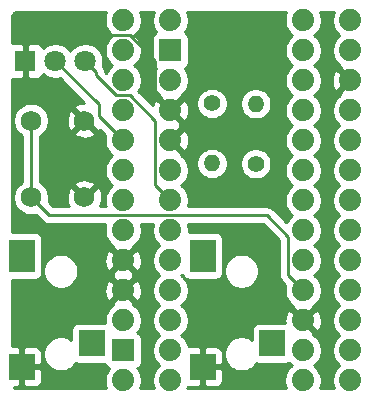
<source format=gbr>
G04 #@! TF.GenerationSoftware,KiCad,Pcbnew,(5.1.5-0-10_14)*
G04 #@! TF.CreationDate,2020-05-24T23:38:13-07:00*
G04 #@! TF.ProjectId,prost-pcb,70726f73-742d-4706-9362-2e6b69636164,0.1.0*
G04 #@! TF.SameCoordinates,Original*
G04 #@! TF.FileFunction,Copper,L1,Top*
G04 #@! TF.FilePolarity,Positive*
%FSLAX46Y46*%
G04 Gerber Fmt 4.6, Leading zero omitted, Abs format (unit mm)*
G04 Created by KiCad (PCBNEW (5.1.5-0-10_14)) date 2020-05-24 23:38:13*
%MOMM*%
%LPD*%
G04 APERTURE LIST*
%ADD10R,2.200000X2.200000*%
%ADD11R,2.200000X2.800000*%
%ADD12C,1.800000*%
%ADD13R,1.800000X1.800000*%
%ADD14C,1.750000*%
%ADD15C,1.879600*%
%ADD16O,1.400000X1.400000*%
%ADD17C,1.400000*%
%ADD18R,1.879600X1.879600*%
%ADD19C,0.250000*%
%ADD20C,0.254000*%
G04 APERTURE END LIST*
D10*
X155000000Y-114100000D03*
D11*
X149100000Y-106700000D03*
D10*
X149100000Y-116100000D03*
X139700000Y-114100000D03*
D11*
X133800000Y-106700000D03*
D10*
X133800000Y-116100000D03*
D12*
X139180000Y-90200000D03*
X136640000Y-90200000D03*
D13*
X134100000Y-90200000D03*
D14*
X139100000Y-101750000D03*
X139100000Y-95250000D03*
X134600000Y-101750000D03*
X134600000Y-95250000D03*
D15*
X157600000Y-117240000D03*
X142380000Y-117240000D03*
D16*
X153600000Y-93820000D03*
D17*
X153600000Y-98900000D03*
D16*
X149900000Y-98880000D03*
D17*
X149900000Y-93800000D03*
D15*
X157620000Y-114700000D03*
X157620000Y-112160000D03*
X157620000Y-109620000D03*
X157620000Y-107080000D03*
X157620000Y-104540000D03*
X157620000Y-102000000D03*
X157620000Y-99460000D03*
X157620000Y-96920000D03*
X157620000Y-94380000D03*
X157620000Y-91840000D03*
X157620000Y-89300000D03*
X157620000Y-86760000D03*
X142380000Y-86760000D03*
X142380000Y-89300000D03*
X142380000Y-91840000D03*
X142380000Y-94380000D03*
X142380000Y-96920000D03*
X142380000Y-99460000D03*
X142380000Y-102000000D03*
X142380000Y-104540000D03*
X142380000Y-107080000D03*
X142380000Y-109620000D03*
X142380000Y-112160000D03*
D18*
X142380000Y-114700000D03*
D15*
X161620000Y-86760000D03*
X161620000Y-89300000D03*
X161620000Y-91840000D03*
X161620000Y-94380000D03*
X161620000Y-96920000D03*
X161620000Y-99460000D03*
X161620000Y-102000000D03*
X161620000Y-104540000D03*
X161620000Y-107080000D03*
X161620000Y-109620000D03*
X161620000Y-112160000D03*
X161620000Y-114700000D03*
X161620000Y-117240000D03*
X146380000Y-117240000D03*
X146380000Y-114700000D03*
X146380000Y-112160000D03*
X146380000Y-109620000D03*
X146380000Y-107080000D03*
X146380000Y-104540000D03*
X146380000Y-102000000D03*
X146380000Y-99460000D03*
X146380000Y-96920000D03*
X146380000Y-94380000D03*
X146380000Y-91840000D03*
D18*
X146380000Y-89300000D03*
D15*
X146380000Y-86760000D03*
D19*
X140300001Y-93860001D02*
X140300001Y-94840001D01*
X141440201Y-95980201D02*
X142380000Y-96920000D01*
X140300001Y-94840001D02*
X141440201Y-95980201D01*
X136640000Y-90200000D02*
X140300001Y-93860001D01*
X145440201Y-101060201D02*
X146380000Y-102000000D01*
X145115199Y-100735199D02*
X145440201Y-101060201D01*
X145115199Y-95243293D02*
X145115199Y-100735199D01*
X142987105Y-93115199D02*
X145115199Y-95243293D01*
X140079999Y-91422303D02*
X141772895Y-93115199D01*
X141772895Y-93115199D02*
X142987105Y-93115199D01*
X140079999Y-91099999D02*
X140079999Y-91422303D01*
X139180000Y-90200000D02*
X140079999Y-91099999D01*
X145440201Y-93440201D02*
X146380000Y-94380000D01*
X145115199Y-93115199D02*
X145440201Y-93440201D01*
X145115199Y-90163293D02*
X145115199Y-93115199D01*
X142987105Y-88035199D02*
X145115199Y-90163293D01*
X135114801Y-88035199D02*
X142987105Y-88035199D01*
X134100000Y-89050000D02*
X135114801Y-88035199D01*
X134100000Y-90200000D02*
X134100000Y-89050000D01*
X134600000Y-95250000D02*
X134600000Y-101750000D01*
X156680201Y-108680201D02*
X157620000Y-109620000D01*
X156355199Y-108355199D02*
X156680201Y-108680201D01*
X156355199Y-105070197D02*
X156355199Y-108355199D01*
X154560201Y-103275199D02*
X156355199Y-105070197D01*
X136125199Y-103275199D02*
X154560201Y-103275199D01*
X134600000Y-101750000D02*
X136125199Y-103275199D01*
D20*
G36*
X140865718Y-86300648D02*
G01*
X140805200Y-86604896D01*
X140805200Y-86915104D01*
X140865718Y-87219352D01*
X140984430Y-87505948D01*
X141156773Y-87763877D01*
X141376123Y-87983227D01*
X141446124Y-88030000D01*
X141376123Y-88076773D01*
X141156773Y-88296123D01*
X140984430Y-88554052D01*
X140865718Y-88840648D01*
X140805200Y-89144896D01*
X140805200Y-89455104D01*
X140865718Y-89759352D01*
X140984430Y-90045948D01*
X141156773Y-90303877D01*
X141376123Y-90523227D01*
X141446124Y-90570000D01*
X141376123Y-90616773D01*
X141156773Y-90836123D01*
X140984430Y-91094052D01*
X140938188Y-91205690D01*
X140842673Y-91110175D01*
X140843675Y-91099999D01*
X140839999Y-91062674D01*
X140839999Y-91062666D01*
X140829002Y-90951013D01*
X140785545Y-90807752D01*
X140714973Y-90675723D01*
X140663034Y-90612435D01*
X140715000Y-90351184D01*
X140715000Y-90048816D01*
X140656011Y-89752257D01*
X140540299Y-89472905D01*
X140372312Y-89221495D01*
X140158505Y-89007688D01*
X139907095Y-88839701D01*
X139627743Y-88723989D01*
X139331184Y-88665000D01*
X139028816Y-88665000D01*
X138732257Y-88723989D01*
X138452905Y-88839701D01*
X138201495Y-89007688D01*
X137987688Y-89221495D01*
X137910000Y-89337763D01*
X137832312Y-89221495D01*
X137618505Y-89007688D01*
X137367095Y-88839701D01*
X137087743Y-88723989D01*
X136791184Y-88665000D01*
X136488816Y-88665000D01*
X136192257Y-88723989D01*
X135912905Y-88839701D01*
X135661495Y-89007688D01*
X135595056Y-89074127D01*
X135589502Y-89055820D01*
X135530537Y-88945506D01*
X135451185Y-88848815D01*
X135354494Y-88769463D01*
X135244180Y-88710498D01*
X135124482Y-88674188D01*
X135000000Y-88661928D01*
X134385750Y-88665000D01*
X134227000Y-88823750D01*
X134227000Y-90073000D01*
X134247000Y-90073000D01*
X134247000Y-90327000D01*
X134227000Y-90327000D01*
X134227000Y-91576250D01*
X134385750Y-91735000D01*
X135000000Y-91738072D01*
X135124482Y-91725812D01*
X135244180Y-91689502D01*
X135354494Y-91630537D01*
X135451185Y-91551185D01*
X135530537Y-91454494D01*
X135589502Y-91344180D01*
X135595056Y-91325873D01*
X135661495Y-91392312D01*
X135912905Y-91560299D01*
X136192257Y-91676011D01*
X136488816Y-91735000D01*
X136791184Y-91735000D01*
X137048930Y-91683731D01*
X139103192Y-93737994D01*
X139032457Y-93734196D01*
X138738037Y-93776499D01*
X138457526Y-93875428D01*
X138314025Y-93952132D01*
X138233365Y-94203760D01*
X139100000Y-95070395D01*
X139114143Y-95056253D01*
X139293748Y-95235858D01*
X139279605Y-95250000D01*
X140146240Y-96116635D01*
X140397868Y-96035975D01*
X140405411Y-96020213D01*
X140862421Y-96477223D01*
X140805200Y-96764896D01*
X140805200Y-97075104D01*
X140865718Y-97379352D01*
X140984430Y-97665948D01*
X141156773Y-97923877D01*
X141376123Y-98143227D01*
X141446124Y-98190000D01*
X141376123Y-98236773D01*
X141156773Y-98456123D01*
X140984430Y-98714052D01*
X140865718Y-99000648D01*
X140805200Y-99304896D01*
X140805200Y-99615104D01*
X140865718Y-99919352D01*
X140984430Y-100205948D01*
X141156773Y-100463877D01*
X141376123Y-100683227D01*
X141446124Y-100730000D01*
X141376123Y-100776773D01*
X141156773Y-100996123D01*
X140984430Y-101254052D01*
X140865718Y-101540648D01*
X140805200Y-101844896D01*
X140805200Y-102155104D01*
X140865718Y-102459352D01*
X140888851Y-102515199D01*
X140407811Y-102515199D01*
X140526267Y-102267671D01*
X140599855Y-101979474D01*
X140615804Y-101682457D01*
X140573501Y-101388037D01*
X140474572Y-101107526D01*
X140397868Y-100964025D01*
X140146240Y-100883365D01*
X139279605Y-101750000D01*
X139293748Y-101764143D01*
X139114143Y-101943748D01*
X139100000Y-101929605D01*
X139085858Y-101943748D01*
X138906253Y-101764143D01*
X138920395Y-101750000D01*
X138053760Y-100883365D01*
X137802132Y-100964025D01*
X137673733Y-101232329D01*
X137600145Y-101520526D01*
X137584196Y-101817543D01*
X137626499Y-102111963D01*
X137725428Y-102392474D01*
X137791027Y-102515199D01*
X136440001Y-102515199D01*
X136062470Y-102137669D01*
X136110000Y-101898722D01*
X136110000Y-101601278D01*
X136051971Y-101309549D01*
X135938144Y-101034747D01*
X135772893Y-100787431D01*
X135689222Y-100703760D01*
X138233365Y-100703760D01*
X139100000Y-101570395D01*
X139966635Y-100703760D01*
X139885975Y-100452132D01*
X139617671Y-100323733D01*
X139329474Y-100250145D01*
X139032457Y-100234196D01*
X138738037Y-100276499D01*
X138457526Y-100375428D01*
X138314025Y-100452132D01*
X138233365Y-100703760D01*
X135689222Y-100703760D01*
X135562569Y-100577107D01*
X135360000Y-100441755D01*
X135360000Y-96558245D01*
X135562569Y-96422893D01*
X135689222Y-96296240D01*
X138233365Y-96296240D01*
X138314025Y-96547868D01*
X138582329Y-96676267D01*
X138870526Y-96749855D01*
X139167543Y-96765804D01*
X139461963Y-96723501D01*
X139742474Y-96624572D01*
X139885975Y-96547868D01*
X139966635Y-96296240D01*
X139100000Y-95429605D01*
X138233365Y-96296240D01*
X135689222Y-96296240D01*
X135772893Y-96212569D01*
X135938144Y-95965253D01*
X136051971Y-95690451D01*
X136110000Y-95398722D01*
X136110000Y-95317543D01*
X137584196Y-95317543D01*
X137626499Y-95611963D01*
X137725428Y-95892474D01*
X137802132Y-96035975D01*
X138053760Y-96116635D01*
X138920395Y-95250000D01*
X138053760Y-94383365D01*
X137802132Y-94464025D01*
X137673733Y-94732329D01*
X137600145Y-95020526D01*
X137584196Y-95317543D01*
X136110000Y-95317543D01*
X136110000Y-95101278D01*
X136051971Y-94809549D01*
X135938144Y-94534747D01*
X135772893Y-94287431D01*
X135562569Y-94077107D01*
X135315253Y-93911856D01*
X135040451Y-93798029D01*
X134748722Y-93740000D01*
X134451278Y-93740000D01*
X134159549Y-93798029D01*
X133884747Y-93911856D01*
X133637431Y-94077107D01*
X133427107Y-94287431D01*
X133261856Y-94534747D01*
X133148029Y-94809549D01*
X133090000Y-95101278D01*
X133090000Y-95398722D01*
X133148029Y-95690451D01*
X133261856Y-95965253D01*
X133427107Y-96212569D01*
X133637431Y-96422893D01*
X133840000Y-96558245D01*
X133840001Y-100441754D01*
X133637431Y-100577107D01*
X133427107Y-100787431D01*
X133261856Y-101034747D01*
X133148029Y-101309549D01*
X133090000Y-101601278D01*
X133090000Y-101898722D01*
X133148029Y-102190451D01*
X133261856Y-102465253D01*
X133427107Y-102712569D01*
X133637431Y-102922893D01*
X133884747Y-103088144D01*
X134159549Y-103201971D01*
X134451278Y-103260000D01*
X134748722Y-103260000D01*
X134987669Y-103212470D01*
X135561399Y-103786201D01*
X135585198Y-103815200D01*
X135614196Y-103838998D01*
X135700922Y-103910173D01*
X135832952Y-103980745D01*
X135976213Y-104024202D01*
X136087866Y-104035199D01*
X136087875Y-104035199D01*
X136125198Y-104038875D01*
X136162521Y-104035199D01*
X140884544Y-104035199D01*
X140865718Y-104080648D01*
X140805200Y-104384896D01*
X140805200Y-104695104D01*
X140865718Y-104999352D01*
X140984430Y-105285948D01*
X141156773Y-105543877D01*
X141376123Y-105763227D01*
X141512714Y-105854495D01*
X141467129Y-105987524D01*
X142380000Y-106900395D01*
X143292871Y-105987524D01*
X143247286Y-105854495D01*
X143383877Y-105763227D01*
X143603227Y-105543877D01*
X143775570Y-105285948D01*
X143894282Y-104999352D01*
X143954800Y-104695104D01*
X143954800Y-104384896D01*
X143894282Y-104080648D01*
X143875456Y-104035199D01*
X144884544Y-104035199D01*
X144865718Y-104080648D01*
X144805200Y-104384896D01*
X144805200Y-104695104D01*
X144865718Y-104999352D01*
X144984430Y-105285948D01*
X145156773Y-105543877D01*
X145376123Y-105763227D01*
X145446124Y-105810000D01*
X145376123Y-105856773D01*
X145156773Y-106076123D01*
X144984430Y-106334052D01*
X144865718Y-106620648D01*
X144805200Y-106924896D01*
X144805200Y-107235104D01*
X144865718Y-107539352D01*
X144984430Y-107825948D01*
X145156773Y-108083877D01*
X145376123Y-108303227D01*
X145446124Y-108350000D01*
X145376123Y-108396773D01*
X145156773Y-108616123D01*
X144984430Y-108874052D01*
X144865718Y-109160648D01*
X144805200Y-109464896D01*
X144805200Y-109775104D01*
X144865718Y-110079352D01*
X144984430Y-110365948D01*
X145156773Y-110623877D01*
X145376123Y-110843227D01*
X145446124Y-110890000D01*
X145376123Y-110936773D01*
X145156773Y-111156123D01*
X144984430Y-111414052D01*
X144865718Y-111700648D01*
X144805200Y-112004896D01*
X144805200Y-112315104D01*
X144865718Y-112619352D01*
X144984430Y-112905948D01*
X145156773Y-113163877D01*
X145376123Y-113383227D01*
X145446124Y-113430000D01*
X145376123Y-113476773D01*
X145156773Y-113696123D01*
X144984430Y-113954052D01*
X144865718Y-114240648D01*
X144805200Y-114544896D01*
X144805200Y-114855104D01*
X144865718Y-115159352D01*
X144984430Y-115445948D01*
X145156773Y-115703877D01*
X145376123Y-115923227D01*
X145446124Y-115970000D01*
X145376123Y-116016773D01*
X145156773Y-116236123D01*
X144984430Y-116494052D01*
X144865718Y-116780648D01*
X144805200Y-117084896D01*
X144805200Y-117395104D01*
X144865718Y-117699352D01*
X144950900Y-117905000D01*
X143809100Y-117905000D01*
X143894282Y-117699352D01*
X143954800Y-117395104D01*
X143954800Y-117084896D01*
X143894282Y-116780648D01*
X143775570Y-116494052D01*
X143603227Y-116236123D01*
X143585111Y-116218007D01*
X143674294Y-116170337D01*
X143770985Y-116090985D01*
X143850337Y-115994294D01*
X143909302Y-115883980D01*
X143945612Y-115764282D01*
X143957872Y-115639800D01*
X143957872Y-113760200D01*
X143945612Y-113635718D01*
X143909302Y-113516020D01*
X143850337Y-113405706D01*
X143770985Y-113309015D01*
X143674294Y-113229663D01*
X143585111Y-113181993D01*
X143603227Y-113163877D01*
X143775570Y-112905948D01*
X143894282Y-112619352D01*
X143954800Y-112315104D01*
X143954800Y-112004896D01*
X143894282Y-111700648D01*
X143775570Y-111414052D01*
X143603227Y-111156123D01*
X143383877Y-110936773D01*
X143247286Y-110845505D01*
X143292871Y-110712476D01*
X142380000Y-109799605D01*
X141467129Y-110712476D01*
X141512714Y-110845505D01*
X141376123Y-110936773D01*
X141156773Y-111156123D01*
X140984430Y-111414052D01*
X140865718Y-111700648D01*
X140805200Y-112004896D01*
X140805200Y-112315104D01*
X140814804Y-112363386D01*
X140800000Y-112361928D01*
X138600000Y-112361928D01*
X138475518Y-112374188D01*
X138355820Y-112410498D01*
X138245506Y-112469463D01*
X138148815Y-112548815D01*
X138069463Y-112645506D01*
X138010498Y-112755820D01*
X137974188Y-112875518D01*
X137961928Y-113000000D01*
X137961928Y-113789928D01*
X137803411Y-113684010D01*
X137533158Y-113572068D01*
X137246260Y-113515000D01*
X136953740Y-113515000D01*
X136666842Y-113572068D01*
X136396589Y-113684010D01*
X136153368Y-113846525D01*
X135946525Y-114053368D01*
X135784010Y-114296589D01*
X135672068Y-114566842D01*
X135615000Y-114853740D01*
X135615000Y-115146260D01*
X135672068Y-115433158D01*
X135784010Y-115703411D01*
X135946525Y-115946632D01*
X136153368Y-116153475D01*
X136396589Y-116315990D01*
X136666842Y-116427932D01*
X136953740Y-116485000D01*
X137246260Y-116485000D01*
X137533158Y-116427932D01*
X137803411Y-116315990D01*
X138046632Y-116153475D01*
X138253475Y-115946632D01*
X138358020Y-115790169D01*
X138475518Y-115825812D01*
X138600000Y-115838072D01*
X140800000Y-115838072D01*
X140835705Y-115834555D01*
X140850698Y-115883980D01*
X140909663Y-115994294D01*
X140989015Y-116090985D01*
X141085706Y-116170337D01*
X141174889Y-116218007D01*
X141156773Y-116236123D01*
X140984430Y-116494052D01*
X140865718Y-116780648D01*
X140805200Y-117084896D01*
X140805200Y-117395104D01*
X140865718Y-117699352D01*
X140950900Y-117905000D01*
X133333991Y-117905000D01*
X133241406Y-117895922D01*
X133185044Y-117878905D01*
X133133057Y-117851263D01*
X133114963Y-117836506D01*
X133514250Y-117835000D01*
X133673000Y-117676250D01*
X133673000Y-116227000D01*
X133927000Y-116227000D01*
X133927000Y-117676250D01*
X134085750Y-117835000D01*
X134900000Y-117838072D01*
X135024482Y-117825812D01*
X135144180Y-117789502D01*
X135254494Y-117730537D01*
X135351185Y-117651185D01*
X135430537Y-117554494D01*
X135489502Y-117444180D01*
X135525812Y-117324482D01*
X135538072Y-117200000D01*
X135535000Y-116385750D01*
X135376250Y-116227000D01*
X133927000Y-116227000D01*
X133673000Y-116227000D01*
X133653000Y-116227000D01*
X133653000Y-115973000D01*
X133673000Y-115973000D01*
X133673000Y-114523750D01*
X133927000Y-114523750D01*
X133927000Y-115973000D01*
X135376250Y-115973000D01*
X135535000Y-115814250D01*
X135538072Y-115000000D01*
X135525812Y-114875518D01*
X135489502Y-114755820D01*
X135430537Y-114645506D01*
X135351185Y-114548815D01*
X135254494Y-114469463D01*
X135144180Y-114410498D01*
X135024482Y-114374188D01*
X134900000Y-114361928D01*
X134085750Y-114365000D01*
X133927000Y-114523750D01*
X133673000Y-114523750D01*
X133514250Y-114365000D01*
X132995000Y-114363041D01*
X132995000Y-109684977D01*
X140798916Y-109684977D01*
X140841973Y-109992184D01*
X140944135Y-110285086D01*
X141029277Y-110444377D01*
X141287524Y-110532871D01*
X142200395Y-109620000D01*
X142559605Y-109620000D01*
X143472476Y-110532871D01*
X143730723Y-110444377D01*
X143865597Y-110165024D01*
X143943381Y-109864725D01*
X143961084Y-109555023D01*
X143918027Y-109247816D01*
X143815865Y-108954914D01*
X143730723Y-108795623D01*
X143472476Y-108707129D01*
X142559605Y-109620000D01*
X142200395Y-109620000D01*
X141287524Y-108707129D01*
X141029277Y-108795623D01*
X140894403Y-109074976D01*
X140816619Y-109375275D01*
X140798916Y-109684977D01*
X132995000Y-109684977D01*
X132995000Y-108738072D01*
X134900000Y-108738072D01*
X135024482Y-108725812D01*
X135144180Y-108689502D01*
X135254494Y-108630537D01*
X135351185Y-108551185D01*
X135430537Y-108454494D01*
X135489502Y-108344180D01*
X135525812Y-108224482D01*
X135538072Y-108100000D01*
X135538072Y-107853740D01*
X135615000Y-107853740D01*
X135615000Y-108146260D01*
X135672068Y-108433158D01*
X135784010Y-108703411D01*
X135946525Y-108946632D01*
X136153368Y-109153475D01*
X136396589Y-109315990D01*
X136666842Y-109427932D01*
X136953740Y-109485000D01*
X137246260Y-109485000D01*
X137533158Y-109427932D01*
X137803411Y-109315990D01*
X138046632Y-109153475D01*
X138253475Y-108946632D01*
X138415990Y-108703411D01*
X138527932Y-108433158D01*
X138579785Y-108172476D01*
X141467129Y-108172476D01*
X141527961Y-108350000D01*
X141467129Y-108527524D01*
X142380000Y-109440395D01*
X143292871Y-108527524D01*
X143232039Y-108350000D01*
X143292871Y-108172476D01*
X142380000Y-107259605D01*
X141467129Y-108172476D01*
X138579785Y-108172476D01*
X138585000Y-108146260D01*
X138585000Y-107853740D01*
X138527932Y-107566842D01*
X138415990Y-107296589D01*
X138314687Y-107144977D01*
X140798916Y-107144977D01*
X140841973Y-107452184D01*
X140944135Y-107745086D01*
X141029277Y-107904377D01*
X141287524Y-107992871D01*
X142200395Y-107080000D01*
X142559605Y-107080000D01*
X143472476Y-107992871D01*
X143730723Y-107904377D01*
X143865597Y-107625024D01*
X143943381Y-107324725D01*
X143961084Y-107015023D01*
X143918027Y-106707816D01*
X143815865Y-106414914D01*
X143730723Y-106255623D01*
X143472476Y-106167129D01*
X142559605Y-107080000D01*
X142200395Y-107080000D01*
X141287524Y-106167129D01*
X141029277Y-106255623D01*
X140894403Y-106534976D01*
X140816619Y-106835275D01*
X140798916Y-107144977D01*
X138314687Y-107144977D01*
X138253475Y-107053368D01*
X138046632Y-106846525D01*
X137803411Y-106684010D01*
X137533158Y-106572068D01*
X137246260Y-106515000D01*
X136953740Y-106515000D01*
X136666842Y-106572068D01*
X136396589Y-106684010D01*
X136153368Y-106846525D01*
X135946525Y-107053368D01*
X135784010Y-107296589D01*
X135672068Y-107566842D01*
X135615000Y-107853740D01*
X135538072Y-107853740D01*
X135538072Y-105300000D01*
X135525812Y-105175518D01*
X135489502Y-105055820D01*
X135430537Y-104945506D01*
X135351185Y-104848815D01*
X135254494Y-104769463D01*
X135144180Y-104710498D01*
X135024482Y-104674188D01*
X134900000Y-104661928D01*
X132995000Y-104661928D01*
X132995000Y-91701387D01*
X133075518Y-91725812D01*
X133200000Y-91738072D01*
X133814250Y-91735000D01*
X133973000Y-91576250D01*
X133973000Y-90327000D01*
X133953000Y-90327000D01*
X133953000Y-90073000D01*
X133973000Y-90073000D01*
X133973000Y-88823750D01*
X133814250Y-88665000D01*
X133200000Y-88661928D01*
X133075518Y-88674188D01*
X132995000Y-88698613D01*
X132995000Y-86433992D01*
X133004078Y-86341405D01*
X133021094Y-86285045D01*
X133048737Y-86233057D01*
X133085943Y-86187437D01*
X133131311Y-86149905D01*
X133183095Y-86121906D01*
X133239341Y-86104495D01*
X133329676Y-86095000D01*
X140950900Y-86095000D01*
X140865718Y-86300648D01*
G37*
X140865718Y-86300648D02*
X140805200Y-86604896D01*
X140805200Y-86915104D01*
X140865718Y-87219352D01*
X140984430Y-87505948D01*
X141156773Y-87763877D01*
X141376123Y-87983227D01*
X141446124Y-88030000D01*
X141376123Y-88076773D01*
X141156773Y-88296123D01*
X140984430Y-88554052D01*
X140865718Y-88840648D01*
X140805200Y-89144896D01*
X140805200Y-89455104D01*
X140865718Y-89759352D01*
X140984430Y-90045948D01*
X141156773Y-90303877D01*
X141376123Y-90523227D01*
X141446124Y-90570000D01*
X141376123Y-90616773D01*
X141156773Y-90836123D01*
X140984430Y-91094052D01*
X140938188Y-91205690D01*
X140842673Y-91110175D01*
X140843675Y-91099999D01*
X140839999Y-91062674D01*
X140839999Y-91062666D01*
X140829002Y-90951013D01*
X140785545Y-90807752D01*
X140714973Y-90675723D01*
X140663034Y-90612435D01*
X140715000Y-90351184D01*
X140715000Y-90048816D01*
X140656011Y-89752257D01*
X140540299Y-89472905D01*
X140372312Y-89221495D01*
X140158505Y-89007688D01*
X139907095Y-88839701D01*
X139627743Y-88723989D01*
X139331184Y-88665000D01*
X139028816Y-88665000D01*
X138732257Y-88723989D01*
X138452905Y-88839701D01*
X138201495Y-89007688D01*
X137987688Y-89221495D01*
X137910000Y-89337763D01*
X137832312Y-89221495D01*
X137618505Y-89007688D01*
X137367095Y-88839701D01*
X137087743Y-88723989D01*
X136791184Y-88665000D01*
X136488816Y-88665000D01*
X136192257Y-88723989D01*
X135912905Y-88839701D01*
X135661495Y-89007688D01*
X135595056Y-89074127D01*
X135589502Y-89055820D01*
X135530537Y-88945506D01*
X135451185Y-88848815D01*
X135354494Y-88769463D01*
X135244180Y-88710498D01*
X135124482Y-88674188D01*
X135000000Y-88661928D01*
X134385750Y-88665000D01*
X134227000Y-88823750D01*
X134227000Y-90073000D01*
X134247000Y-90073000D01*
X134247000Y-90327000D01*
X134227000Y-90327000D01*
X134227000Y-91576250D01*
X134385750Y-91735000D01*
X135000000Y-91738072D01*
X135124482Y-91725812D01*
X135244180Y-91689502D01*
X135354494Y-91630537D01*
X135451185Y-91551185D01*
X135530537Y-91454494D01*
X135589502Y-91344180D01*
X135595056Y-91325873D01*
X135661495Y-91392312D01*
X135912905Y-91560299D01*
X136192257Y-91676011D01*
X136488816Y-91735000D01*
X136791184Y-91735000D01*
X137048930Y-91683731D01*
X139103192Y-93737994D01*
X139032457Y-93734196D01*
X138738037Y-93776499D01*
X138457526Y-93875428D01*
X138314025Y-93952132D01*
X138233365Y-94203760D01*
X139100000Y-95070395D01*
X139114143Y-95056253D01*
X139293748Y-95235858D01*
X139279605Y-95250000D01*
X140146240Y-96116635D01*
X140397868Y-96035975D01*
X140405411Y-96020213D01*
X140862421Y-96477223D01*
X140805200Y-96764896D01*
X140805200Y-97075104D01*
X140865718Y-97379352D01*
X140984430Y-97665948D01*
X141156773Y-97923877D01*
X141376123Y-98143227D01*
X141446124Y-98190000D01*
X141376123Y-98236773D01*
X141156773Y-98456123D01*
X140984430Y-98714052D01*
X140865718Y-99000648D01*
X140805200Y-99304896D01*
X140805200Y-99615104D01*
X140865718Y-99919352D01*
X140984430Y-100205948D01*
X141156773Y-100463877D01*
X141376123Y-100683227D01*
X141446124Y-100730000D01*
X141376123Y-100776773D01*
X141156773Y-100996123D01*
X140984430Y-101254052D01*
X140865718Y-101540648D01*
X140805200Y-101844896D01*
X140805200Y-102155104D01*
X140865718Y-102459352D01*
X140888851Y-102515199D01*
X140407811Y-102515199D01*
X140526267Y-102267671D01*
X140599855Y-101979474D01*
X140615804Y-101682457D01*
X140573501Y-101388037D01*
X140474572Y-101107526D01*
X140397868Y-100964025D01*
X140146240Y-100883365D01*
X139279605Y-101750000D01*
X139293748Y-101764143D01*
X139114143Y-101943748D01*
X139100000Y-101929605D01*
X139085858Y-101943748D01*
X138906253Y-101764143D01*
X138920395Y-101750000D01*
X138053760Y-100883365D01*
X137802132Y-100964025D01*
X137673733Y-101232329D01*
X137600145Y-101520526D01*
X137584196Y-101817543D01*
X137626499Y-102111963D01*
X137725428Y-102392474D01*
X137791027Y-102515199D01*
X136440001Y-102515199D01*
X136062470Y-102137669D01*
X136110000Y-101898722D01*
X136110000Y-101601278D01*
X136051971Y-101309549D01*
X135938144Y-101034747D01*
X135772893Y-100787431D01*
X135689222Y-100703760D01*
X138233365Y-100703760D01*
X139100000Y-101570395D01*
X139966635Y-100703760D01*
X139885975Y-100452132D01*
X139617671Y-100323733D01*
X139329474Y-100250145D01*
X139032457Y-100234196D01*
X138738037Y-100276499D01*
X138457526Y-100375428D01*
X138314025Y-100452132D01*
X138233365Y-100703760D01*
X135689222Y-100703760D01*
X135562569Y-100577107D01*
X135360000Y-100441755D01*
X135360000Y-96558245D01*
X135562569Y-96422893D01*
X135689222Y-96296240D01*
X138233365Y-96296240D01*
X138314025Y-96547868D01*
X138582329Y-96676267D01*
X138870526Y-96749855D01*
X139167543Y-96765804D01*
X139461963Y-96723501D01*
X139742474Y-96624572D01*
X139885975Y-96547868D01*
X139966635Y-96296240D01*
X139100000Y-95429605D01*
X138233365Y-96296240D01*
X135689222Y-96296240D01*
X135772893Y-96212569D01*
X135938144Y-95965253D01*
X136051971Y-95690451D01*
X136110000Y-95398722D01*
X136110000Y-95317543D01*
X137584196Y-95317543D01*
X137626499Y-95611963D01*
X137725428Y-95892474D01*
X137802132Y-96035975D01*
X138053760Y-96116635D01*
X138920395Y-95250000D01*
X138053760Y-94383365D01*
X137802132Y-94464025D01*
X137673733Y-94732329D01*
X137600145Y-95020526D01*
X137584196Y-95317543D01*
X136110000Y-95317543D01*
X136110000Y-95101278D01*
X136051971Y-94809549D01*
X135938144Y-94534747D01*
X135772893Y-94287431D01*
X135562569Y-94077107D01*
X135315253Y-93911856D01*
X135040451Y-93798029D01*
X134748722Y-93740000D01*
X134451278Y-93740000D01*
X134159549Y-93798029D01*
X133884747Y-93911856D01*
X133637431Y-94077107D01*
X133427107Y-94287431D01*
X133261856Y-94534747D01*
X133148029Y-94809549D01*
X133090000Y-95101278D01*
X133090000Y-95398722D01*
X133148029Y-95690451D01*
X133261856Y-95965253D01*
X133427107Y-96212569D01*
X133637431Y-96422893D01*
X133840000Y-96558245D01*
X133840001Y-100441754D01*
X133637431Y-100577107D01*
X133427107Y-100787431D01*
X133261856Y-101034747D01*
X133148029Y-101309549D01*
X133090000Y-101601278D01*
X133090000Y-101898722D01*
X133148029Y-102190451D01*
X133261856Y-102465253D01*
X133427107Y-102712569D01*
X133637431Y-102922893D01*
X133884747Y-103088144D01*
X134159549Y-103201971D01*
X134451278Y-103260000D01*
X134748722Y-103260000D01*
X134987669Y-103212470D01*
X135561399Y-103786201D01*
X135585198Y-103815200D01*
X135614196Y-103838998D01*
X135700922Y-103910173D01*
X135832952Y-103980745D01*
X135976213Y-104024202D01*
X136087866Y-104035199D01*
X136087875Y-104035199D01*
X136125198Y-104038875D01*
X136162521Y-104035199D01*
X140884544Y-104035199D01*
X140865718Y-104080648D01*
X140805200Y-104384896D01*
X140805200Y-104695104D01*
X140865718Y-104999352D01*
X140984430Y-105285948D01*
X141156773Y-105543877D01*
X141376123Y-105763227D01*
X141512714Y-105854495D01*
X141467129Y-105987524D01*
X142380000Y-106900395D01*
X143292871Y-105987524D01*
X143247286Y-105854495D01*
X143383877Y-105763227D01*
X143603227Y-105543877D01*
X143775570Y-105285948D01*
X143894282Y-104999352D01*
X143954800Y-104695104D01*
X143954800Y-104384896D01*
X143894282Y-104080648D01*
X143875456Y-104035199D01*
X144884544Y-104035199D01*
X144865718Y-104080648D01*
X144805200Y-104384896D01*
X144805200Y-104695104D01*
X144865718Y-104999352D01*
X144984430Y-105285948D01*
X145156773Y-105543877D01*
X145376123Y-105763227D01*
X145446124Y-105810000D01*
X145376123Y-105856773D01*
X145156773Y-106076123D01*
X144984430Y-106334052D01*
X144865718Y-106620648D01*
X144805200Y-106924896D01*
X144805200Y-107235104D01*
X144865718Y-107539352D01*
X144984430Y-107825948D01*
X145156773Y-108083877D01*
X145376123Y-108303227D01*
X145446124Y-108350000D01*
X145376123Y-108396773D01*
X145156773Y-108616123D01*
X144984430Y-108874052D01*
X144865718Y-109160648D01*
X144805200Y-109464896D01*
X144805200Y-109775104D01*
X144865718Y-110079352D01*
X144984430Y-110365948D01*
X145156773Y-110623877D01*
X145376123Y-110843227D01*
X145446124Y-110890000D01*
X145376123Y-110936773D01*
X145156773Y-111156123D01*
X144984430Y-111414052D01*
X144865718Y-111700648D01*
X144805200Y-112004896D01*
X144805200Y-112315104D01*
X144865718Y-112619352D01*
X144984430Y-112905948D01*
X145156773Y-113163877D01*
X145376123Y-113383227D01*
X145446124Y-113430000D01*
X145376123Y-113476773D01*
X145156773Y-113696123D01*
X144984430Y-113954052D01*
X144865718Y-114240648D01*
X144805200Y-114544896D01*
X144805200Y-114855104D01*
X144865718Y-115159352D01*
X144984430Y-115445948D01*
X145156773Y-115703877D01*
X145376123Y-115923227D01*
X145446124Y-115970000D01*
X145376123Y-116016773D01*
X145156773Y-116236123D01*
X144984430Y-116494052D01*
X144865718Y-116780648D01*
X144805200Y-117084896D01*
X144805200Y-117395104D01*
X144865718Y-117699352D01*
X144950900Y-117905000D01*
X143809100Y-117905000D01*
X143894282Y-117699352D01*
X143954800Y-117395104D01*
X143954800Y-117084896D01*
X143894282Y-116780648D01*
X143775570Y-116494052D01*
X143603227Y-116236123D01*
X143585111Y-116218007D01*
X143674294Y-116170337D01*
X143770985Y-116090985D01*
X143850337Y-115994294D01*
X143909302Y-115883980D01*
X143945612Y-115764282D01*
X143957872Y-115639800D01*
X143957872Y-113760200D01*
X143945612Y-113635718D01*
X143909302Y-113516020D01*
X143850337Y-113405706D01*
X143770985Y-113309015D01*
X143674294Y-113229663D01*
X143585111Y-113181993D01*
X143603227Y-113163877D01*
X143775570Y-112905948D01*
X143894282Y-112619352D01*
X143954800Y-112315104D01*
X143954800Y-112004896D01*
X143894282Y-111700648D01*
X143775570Y-111414052D01*
X143603227Y-111156123D01*
X143383877Y-110936773D01*
X143247286Y-110845505D01*
X143292871Y-110712476D01*
X142380000Y-109799605D01*
X141467129Y-110712476D01*
X141512714Y-110845505D01*
X141376123Y-110936773D01*
X141156773Y-111156123D01*
X140984430Y-111414052D01*
X140865718Y-111700648D01*
X140805200Y-112004896D01*
X140805200Y-112315104D01*
X140814804Y-112363386D01*
X140800000Y-112361928D01*
X138600000Y-112361928D01*
X138475518Y-112374188D01*
X138355820Y-112410498D01*
X138245506Y-112469463D01*
X138148815Y-112548815D01*
X138069463Y-112645506D01*
X138010498Y-112755820D01*
X137974188Y-112875518D01*
X137961928Y-113000000D01*
X137961928Y-113789928D01*
X137803411Y-113684010D01*
X137533158Y-113572068D01*
X137246260Y-113515000D01*
X136953740Y-113515000D01*
X136666842Y-113572068D01*
X136396589Y-113684010D01*
X136153368Y-113846525D01*
X135946525Y-114053368D01*
X135784010Y-114296589D01*
X135672068Y-114566842D01*
X135615000Y-114853740D01*
X135615000Y-115146260D01*
X135672068Y-115433158D01*
X135784010Y-115703411D01*
X135946525Y-115946632D01*
X136153368Y-116153475D01*
X136396589Y-116315990D01*
X136666842Y-116427932D01*
X136953740Y-116485000D01*
X137246260Y-116485000D01*
X137533158Y-116427932D01*
X137803411Y-116315990D01*
X138046632Y-116153475D01*
X138253475Y-115946632D01*
X138358020Y-115790169D01*
X138475518Y-115825812D01*
X138600000Y-115838072D01*
X140800000Y-115838072D01*
X140835705Y-115834555D01*
X140850698Y-115883980D01*
X140909663Y-115994294D01*
X140989015Y-116090985D01*
X141085706Y-116170337D01*
X141174889Y-116218007D01*
X141156773Y-116236123D01*
X140984430Y-116494052D01*
X140865718Y-116780648D01*
X140805200Y-117084896D01*
X140805200Y-117395104D01*
X140865718Y-117699352D01*
X140950900Y-117905000D01*
X133333991Y-117905000D01*
X133241406Y-117895922D01*
X133185044Y-117878905D01*
X133133057Y-117851263D01*
X133114963Y-117836506D01*
X133514250Y-117835000D01*
X133673000Y-117676250D01*
X133673000Y-116227000D01*
X133927000Y-116227000D01*
X133927000Y-117676250D01*
X134085750Y-117835000D01*
X134900000Y-117838072D01*
X135024482Y-117825812D01*
X135144180Y-117789502D01*
X135254494Y-117730537D01*
X135351185Y-117651185D01*
X135430537Y-117554494D01*
X135489502Y-117444180D01*
X135525812Y-117324482D01*
X135538072Y-117200000D01*
X135535000Y-116385750D01*
X135376250Y-116227000D01*
X133927000Y-116227000D01*
X133673000Y-116227000D01*
X133653000Y-116227000D01*
X133653000Y-115973000D01*
X133673000Y-115973000D01*
X133673000Y-114523750D01*
X133927000Y-114523750D01*
X133927000Y-115973000D01*
X135376250Y-115973000D01*
X135535000Y-115814250D01*
X135538072Y-115000000D01*
X135525812Y-114875518D01*
X135489502Y-114755820D01*
X135430537Y-114645506D01*
X135351185Y-114548815D01*
X135254494Y-114469463D01*
X135144180Y-114410498D01*
X135024482Y-114374188D01*
X134900000Y-114361928D01*
X134085750Y-114365000D01*
X133927000Y-114523750D01*
X133673000Y-114523750D01*
X133514250Y-114365000D01*
X132995000Y-114363041D01*
X132995000Y-109684977D01*
X140798916Y-109684977D01*
X140841973Y-109992184D01*
X140944135Y-110285086D01*
X141029277Y-110444377D01*
X141287524Y-110532871D01*
X142200395Y-109620000D01*
X142559605Y-109620000D01*
X143472476Y-110532871D01*
X143730723Y-110444377D01*
X143865597Y-110165024D01*
X143943381Y-109864725D01*
X143961084Y-109555023D01*
X143918027Y-109247816D01*
X143815865Y-108954914D01*
X143730723Y-108795623D01*
X143472476Y-108707129D01*
X142559605Y-109620000D01*
X142200395Y-109620000D01*
X141287524Y-108707129D01*
X141029277Y-108795623D01*
X140894403Y-109074976D01*
X140816619Y-109375275D01*
X140798916Y-109684977D01*
X132995000Y-109684977D01*
X132995000Y-108738072D01*
X134900000Y-108738072D01*
X135024482Y-108725812D01*
X135144180Y-108689502D01*
X135254494Y-108630537D01*
X135351185Y-108551185D01*
X135430537Y-108454494D01*
X135489502Y-108344180D01*
X135525812Y-108224482D01*
X135538072Y-108100000D01*
X135538072Y-107853740D01*
X135615000Y-107853740D01*
X135615000Y-108146260D01*
X135672068Y-108433158D01*
X135784010Y-108703411D01*
X135946525Y-108946632D01*
X136153368Y-109153475D01*
X136396589Y-109315990D01*
X136666842Y-109427932D01*
X136953740Y-109485000D01*
X137246260Y-109485000D01*
X137533158Y-109427932D01*
X137803411Y-109315990D01*
X138046632Y-109153475D01*
X138253475Y-108946632D01*
X138415990Y-108703411D01*
X138527932Y-108433158D01*
X138579785Y-108172476D01*
X141467129Y-108172476D01*
X141527961Y-108350000D01*
X141467129Y-108527524D01*
X142380000Y-109440395D01*
X143292871Y-108527524D01*
X143232039Y-108350000D01*
X143292871Y-108172476D01*
X142380000Y-107259605D01*
X141467129Y-108172476D01*
X138579785Y-108172476D01*
X138585000Y-108146260D01*
X138585000Y-107853740D01*
X138527932Y-107566842D01*
X138415990Y-107296589D01*
X138314687Y-107144977D01*
X140798916Y-107144977D01*
X140841973Y-107452184D01*
X140944135Y-107745086D01*
X141029277Y-107904377D01*
X141287524Y-107992871D01*
X142200395Y-107080000D01*
X142559605Y-107080000D01*
X143472476Y-107992871D01*
X143730723Y-107904377D01*
X143865597Y-107625024D01*
X143943381Y-107324725D01*
X143961084Y-107015023D01*
X143918027Y-106707816D01*
X143815865Y-106414914D01*
X143730723Y-106255623D01*
X143472476Y-106167129D01*
X142559605Y-107080000D01*
X142200395Y-107080000D01*
X141287524Y-106167129D01*
X141029277Y-106255623D01*
X140894403Y-106534976D01*
X140816619Y-106835275D01*
X140798916Y-107144977D01*
X138314687Y-107144977D01*
X138253475Y-107053368D01*
X138046632Y-106846525D01*
X137803411Y-106684010D01*
X137533158Y-106572068D01*
X137246260Y-106515000D01*
X136953740Y-106515000D01*
X136666842Y-106572068D01*
X136396589Y-106684010D01*
X136153368Y-106846525D01*
X135946525Y-107053368D01*
X135784010Y-107296589D01*
X135672068Y-107566842D01*
X135615000Y-107853740D01*
X135538072Y-107853740D01*
X135538072Y-105300000D01*
X135525812Y-105175518D01*
X135489502Y-105055820D01*
X135430537Y-104945506D01*
X135351185Y-104848815D01*
X135254494Y-104769463D01*
X135144180Y-104710498D01*
X135024482Y-104674188D01*
X134900000Y-104661928D01*
X132995000Y-104661928D01*
X132995000Y-91701387D01*
X133075518Y-91725812D01*
X133200000Y-91738072D01*
X133814250Y-91735000D01*
X133973000Y-91576250D01*
X133973000Y-90327000D01*
X133953000Y-90327000D01*
X133953000Y-90073000D01*
X133973000Y-90073000D01*
X133973000Y-88823750D01*
X133814250Y-88665000D01*
X133200000Y-88661928D01*
X133075518Y-88674188D01*
X132995000Y-88698613D01*
X132995000Y-86433992D01*
X133004078Y-86341405D01*
X133021094Y-86285045D01*
X133048737Y-86233057D01*
X133085943Y-86187437D01*
X133131311Y-86149905D01*
X133183095Y-86121906D01*
X133239341Y-86104495D01*
X133329676Y-86095000D01*
X140950900Y-86095000D01*
X140865718Y-86300648D01*
G36*
X160105718Y-86300648D02*
G01*
X160045200Y-86604896D01*
X160045200Y-86915104D01*
X160105718Y-87219352D01*
X160224430Y-87505948D01*
X160396773Y-87763877D01*
X160616123Y-87983227D01*
X160686124Y-88030000D01*
X160616123Y-88076773D01*
X160396773Y-88296123D01*
X160224430Y-88554052D01*
X160105718Y-88840648D01*
X160045200Y-89144896D01*
X160045200Y-89455104D01*
X160105718Y-89759352D01*
X160224430Y-90045948D01*
X160396773Y-90303877D01*
X160616123Y-90523227D01*
X160752714Y-90614495D01*
X160707129Y-90747524D01*
X161620000Y-91660395D01*
X161634143Y-91646253D01*
X161813748Y-91825858D01*
X161799605Y-91840000D01*
X161813748Y-91854143D01*
X161634143Y-92033748D01*
X161620000Y-92019605D01*
X160707129Y-92932476D01*
X160752714Y-93065505D01*
X160616123Y-93156773D01*
X160396773Y-93376123D01*
X160224430Y-93634052D01*
X160105718Y-93920648D01*
X160045200Y-94224896D01*
X160045200Y-94535104D01*
X160105718Y-94839352D01*
X160224430Y-95125948D01*
X160396773Y-95383877D01*
X160616123Y-95603227D01*
X160686124Y-95650000D01*
X160616123Y-95696773D01*
X160396773Y-95916123D01*
X160224430Y-96174052D01*
X160105718Y-96460648D01*
X160045200Y-96764896D01*
X160045200Y-97075104D01*
X160105718Y-97379352D01*
X160224430Y-97665948D01*
X160396773Y-97923877D01*
X160616123Y-98143227D01*
X160686124Y-98190000D01*
X160616123Y-98236773D01*
X160396773Y-98456123D01*
X160224430Y-98714052D01*
X160105718Y-99000648D01*
X160045200Y-99304896D01*
X160045200Y-99615104D01*
X160105718Y-99919352D01*
X160224430Y-100205948D01*
X160396773Y-100463877D01*
X160616123Y-100683227D01*
X160686124Y-100730000D01*
X160616123Y-100776773D01*
X160396773Y-100996123D01*
X160224430Y-101254052D01*
X160105718Y-101540648D01*
X160045200Y-101844896D01*
X160045200Y-102155104D01*
X160105718Y-102459352D01*
X160224430Y-102745948D01*
X160396773Y-103003877D01*
X160616123Y-103223227D01*
X160686124Y-103270000D01*
X160616123Y-103316773D01*
X160396773Y-103536123D01*
X160224430Y-103794052D01*
X160105718Y-104080648D01*
X160045200Y-104384896D01*
X160045200Y-104695104D01*
X160105718Y-104999352D01*
X160224430Y-105285948D01*
X160396773Y-105543877D01*
X160616123Y-105763227D01*
X160686124Y-105810000D01*
X160616123Y-105856773D01*
X160396773Y-106076123D01*
X160224430Y-106334052D01*
X160105718Y-106620648D01*
X160045200Y-106924896D01*
X160045200Y-107235104D01*
X160105718Y-107539352D01*
X160224430Y-107825948D01*
X160396773Y-108083877D01*
X160616123Y-108303227D01*
X160686124Y-108350000D01*
X160616123Y-108396773D01*
X160396773Y-108616123D01*
X160224430Y-108874052D01*
X160105718Y-109160648D01*
X160045200Y-109464896D01*
X160045200Y-109775104D01*
X160105718Y-110079352D01*
X160224430Y-110365948D01*
X160396773Y-110623877D01*
X160616123Y-110843227D01*
X160686124Y-110890000D01*
X160616123Y-110936773D01*
X160396773Y-111156123D01*
X160224430Y-111414052D01*
X160105718Y-111700648D01*
X160045200Y-112004896D01*
X160045200Y-112315104D01*
X160105718Y-112619352D01*
X160224430Y-112905948D01*
X160396773Y-113163877D01*
X160616123Y-113383227D01*
X160686124Y-113430000D01*
X160616123Y-113476773D01*
X160396773Y-113696123D01*
X160224430Y-113954052D01*
X160105718Y-114240648D01*
X160045200Y-114544896D01*
X160045200Y-114855104D01*
X160105718Y-115159352D01*
X160224430Y-115445948D01*
X160396773Y-115703877D01*
X160616123Y-115923227D01*
X160686124Y-115970000D01*
X160616123Y-116016773D01*
X160396773Y-116236123D01*
X160224430Y-116494052D01*
X160105718Y-116780648D01*
X160045200Y-117084896D01*
X160045200Y-117395104D01*
X160105718Y-117699352D01*
X160190900Y-117905000D01*
X159029100Y-117905000D01*
X159114282Y-117699352D01*
X159174800Y-117395104D01*
X159174800Y-117084896D01*
X159114282Y-116780648D01*
X158995570Y-116494052D01*
X158823227Y-116236123D01*
X158603877Y-116016773D01*
X158543876Y-115976682D01*
X158623877Y-115923227D01*
X158843227Y-115703877D01*
X159015570Y-115445948D01*
X159134282Y-115159352D01*
X159194800Y-114855104D01*
X159194800Y-114544896D01*
X159134282Y-114240648D01*
X159015570Y-113954052D01*
X158843227Y-113696123D01*
X158623877Y-113476773D01*
X158487286Y-113385505D01*
X158532871Y-113252476D01*
X157620000Y-112339605D01*
X157605858Y-112353748D01*
X157426253Y-112174143D01*
X157440395Y-112160000D01*
X157799605Y-112160000D01*
X158712476Y-113072871D01*
X158970723Y-112984377D01*
X159105597Y-112705024D01*
X159183381Y-112404725D01*
X159201084Y-112095023D01*
X159158027Y-111787816D01*
X159055865Y-111494914D01*
X158970723Y-111335623D01*
X158712476Y-111247129D01*
X157799605Y-112160000D01*
X157440395Y-112160000D01*
X156527524Y-111247129D01*
X156269277Y-111335623D01*
X156134403Y-111614976D01*
X156056619Y-111915275D01*
X156038916Y-112224977D01*
X156058111Y-112361928D01*
X153900000Y-112361928D01*
X153775518Y-112374188D01*
X153655820Y-112410498D01*
X153545506Y-112469463D01*
X153448815Y-112548815D01*
X153369463Y-112645506D01*
X153310498Y-112755820D01*
X153274188Y-112875518D01*
X153261928Y-113000000D01*
X153261928Y-113789928D01*
X153103411Y-113684010D01*
X152833158Y-113572068D01*
X152546260Y-113515000D01*
X152253740Y-113515000D01*
X151966842Y-113572068D01*
X151696589Y-113684010D01*
X151453368Y-113846525D01*
X151246525Y-114053368D01*
X151084010Y-114296589D01*
X150972068Y-114566842D01*
X150915000Y-114853740D01*
X150915000Y-115146260D01*
X150972068Y-115433158D01*
X151084010Y-115703411D01*
X151246525Y-115946632D01*
X151453368Y-116153475D01*
X151696589Y-116315990D01*
X151966842Y-116427932D01*
X152253740Y-116485000D01*
X152546260Y-116485000D01*
X152833158Y-116427932D01*
X153103411Y-116315990D01*
X153346632Y-116153475D01*
X153553475Y-115946632D01*
X153658020Y-115790169D01*
X153775518Y-115825812D01*
X153900000Y-115838072D01*
X156100000Y-115838072D01*
X156224482Y-115825812D01*
X156344180Y-115789502D01*
X156434252Y-115741356D01*
X156616123Y-115923227D01*
X156676124Y-115963318D01*
X156596123Y-116016773D01*
X156376773Y-116236123D01*
X156204430Y-116494052D01*
X156085718Y-116780648D01*
X156025200Y-117084896D01*
X156025200Y-117395104D01*
X156085718Y-117699352D01*
X156170900Y-117905000D01*
X147809100Y-117905000D01*
X147845653Y-117816753D01*
X147875518Y-117825812D01*
X148000000Y-117838072D01*
X148814250Y-117835000D01*
X148973000Y-117676250D01*
X148973000Y-116227000D01*
X149227000Y-116227000D01*
X149227000Y-117676250D01*
X149385750Y-117835000D01*
X150200000Y-117838072D01*
X150324482Y-117825812D01*
X150444180Y-117789502D01*
X150554494Y-117730537D01*
X150651185Y-117651185D01*
X150730537Y-117554494D01*
X150789502Y-117444180D01*
X150825812Y-117324482D01*
X150838072Y-117200000D01*
X150835000Y-116385750D01*
X150676250Y-116227000D01*
X149227000Y-116227000D01*
X148973000Y-116227000D01*
X148953000Y-116227000D01*
X148953000Y-115973000D01*
X148973000Y-115973000D01*
X148973000Y-114523750D01*
X149227000Y-114523750D01*
X149227000Y-115973000D01*
X150676250Y-115973000D01*
X150835000Y-115814250D01*
X150838072Y-115000000D01*
X150825812Y-114875518D01*
X150789502Y-114755820D01*
X150730537Y-114645506D01*
X150651185Y-114548815D01*
X150554494Y-114469463D01*
X150444180Y-114410498D01*
X150324482Y-114374188D01*
X150200000Y-114361928D01*
X149385750Y-114365000D01*
X149227000Y-114523750D01*
X148973000Y-114523750D01*
X148814250Y-114365000D01*
X148000000Y-114361928D01*
X147919974Y-114369810D01*
X147894282Y-114240648D01*
X147775570Y-113954052D01*
X147603227Y-113696123D01*
X147383877Y-113476773D01*
X147313876Y-113430000D01*
X147383877Y-113383227D01*
X147603227Y-113163877D01*
X147775570Y-112905948D01*
X147894282Y-112619352D01*
X147954800Y-112315104D01*
X147954800Y-112004896D01*
X147894282Y-111700648D01*
X147775570Y-111414052D01*
X147603227Y-111156123D01*
X147383877Y-110936773D01*
X147313876Y-110890000D01*
X147383877Y-110843227D01*
X147603227Y-110623877D01*
X147775570Y-110365948D01*
X147894282Y-110079352D01*
X147954800Y-109775104D01*
X147954800Y-109464896D01*
X147894282Y-109160648D01*
X147775570Y-108874052D01*
X147603227Y-108616123D01*
X147383877Y-108396773D01*
X147313876Y-108350000D01*
X147383877Y-108303227D01*
X147394771Y-108292333D01*
X147410498Y-108344180D01*
X147469463Y-108454494D01*
X147548815Y-108551185D01*
X147645506Y-108630537D01*
X147755820Y-108689502D01*
X147875518Y-108725812D01*
X148000000Y-108738072D01*
X150200000Y-108738072D01*
X150324482Y-108725812D01*
X150444180Y-108689502D01*
X150554494Y-108630537D01*
X150651185Y-108551185D01*
X150730537Y-108454494D01*
X150789502Y-108344180D01*
X150825812Y-108224482D01*
X150838072Y-108100000D01*
X150838072Y-107853740D01*
X150915000Y-107853740D01*
X150915000Y-108146260D01*
X150972068Y-108433158D01*
X151084010Y-108703411D01*
X151246525Y-108946632D01*
X151453368Y-109153475D01*
X151696589Y-109315990D01*
X151966842Y-109427932D01*
X152253740Y-109485000D01*
X152546260Y-109485000D01*
X152833158Y-109427932D01*
X153103411Y-109315990D01*
X153346632Y-109153475D01*
X153553475Y-108946632D01*
X153715990Y-108703411D01*
X153827932Y-108433158D01*
X153885000Y-108146260D01*
X153885000Y-107853740D01*
X153827932Y-107566842D01*
X153715990Y-107296589D01*
X153553475Y-107053368D01*
X153346632Y-106846525D01*
X153103411Y-106684010D01*
X152833158Y-106572068D01*
X152546260Y-106515000D01*
X152253740Y-106515000D01*
X151966842Y-106572068D01*
X151696589Y-106684010D01*
X151453368Y-106846525D01*
X151246525Y-107053368D01*
X151084010Y-107296589D01*
X150972068Y-107566842D01*
X150915000Y-107853740D01*
X150838072Y-107853740D01*
X150838072Y-105300000D01*
X150825812Y-105175518D01*
X150789502Y-105055820D01*
X150730537Y-104945506D01*
X150651185Y-104848815D01*
X150554494Y-104769463D01*
X150444180Y-104710498D01*
X150324482Y-104674188D01*
X150200000Y-104661928D01*
X148000000Y-104661928D01*
X147954800Y-104666380D01*
X147954800Y-104384896D01*
X147894282Y-104080648D01*
X147875456Y-104035199D01*
X154245400Y-104035199D01*
X155595199Y-105384999D01*
X155595200Y-108317867D01*
X155591523Y-108355199D01*
X155606197Y-108504184D01*
X155649653Y-108647445D01*
X155720225Y-108779475D01*
X155791400Y-108866201D01*
X155815199Y-108895200D01*
X155844197Y-108918998D01*
X156102421Y-109177222D01*
X156045200Y-109464896D01*
X156045200Y-109775104D01*
X156105718Y-110079352D01*
X156224430Y-110365948D01*
X156396773Y-110623877D01*
X156616123Y-110843227D01*
X156752714Y-110934495D01*
X156707129Y-111067524D01*
X157620000Y-111980395D01*
X158532871Y-111067524D01*
X158487286Y-110934495D01*
X158623877Y-110843227D01*
X158843227Y-110623877D01*
X159015570Y-110365948D01*
X159134282Y-110079352D01*
X159194800Y-109775104D01*
X159194800Y-109464896D01*
X159134282Y-109160648D01*
X159015570Y-108874052D01*
X158843227Y-108616123D01*
X158623877Y-108396773D01*
X158553876Y-108350000D01*
X158623877Y-108303227D01*
X158843227Y-108083877D01*
X159015570Y-107825948D01*
X159134282Y-107539352D01*
X159194800Y-107235104D01*
X159194800Y-106924896D01*
X159134282Y-106620648D01*
X159015570Y-106334052D01*
X158843227Y-106076123D01*
X158623877Y-105856773D01*
X158553876Y-105810000D01*
X158623877Y-105763227D01*
X158843227Y-105543877D01*
X159015570Y-105285948D01*
X159134282Y-104999352D01*
X159194800Y-104695104D01*
X159194800Y-104384896D01*
X159134282Y-104080648D01*
X159015570Y-103794052D01*
X158843227Y-103536123D01*
X158623877Y-103316773D01*
X158553876Y-103270000D01*
X158623877Y-103223227D01*
X158843227Y-103003877D01*
X159015570Y-102745948D01*
X159134282Y-102459352D01*
X159194800Y-102155104D01*
X159194800Y-101844896D01*
X159134282Y-101540648D01*
X159015570Y-101254052D01*
X158843227Y-100996123D01*
X158623877Y-100776773D01*
X158553876Y-100730000D01*
X158623877Y-100683227D01*
X158843227Y-100463877D01*
X159015570Y-100205948D01*
X159134282Y-99919352D01*
X159194800Y-99615104D01*
X159194800Y-99304896D01*
X159134282Y-99000648D01*
X159015570Y-98714052D01*
X158843227Y-98456123D01*
X158623877Y-98236773D01*
X158553876Y-98190000D01*
X158623877Y-98143227D01*
X158843227Y-97923877D01*
X159015570Y-97665948D01*
X159134282Y-97379352D01*
X159194800Y-97075104D01*
X159194800Y-96764896D01*
X159134282Y-96460648D01*
X159015570Y-96174052D01*
X158843227Y-95916123D01*
X158623877Y-95696773D01*
X158553876Y-95650000D01*
X158623877Y-95603227D01*
X158843227Y-95383877D01*
X159015570Y-95125948D01*
X159134282Y-94839352D01*
X159194800Y-94535104D01*
X159194800Y-94224896D01*
X159134282Y-93920648D01*
X159015570Y-93634052D01*
X158843227Y-93376123D01*
X158623877Y-93156773D01*
X158553876Y-93110000D01*
X158623877Y-93063227D01*
X158843227Y-92843877D01*
X159015570Y-92585948D01*
X159134282Y-92299352D01*
X159194800Y-91995104D01*
X159194800Y-91904977D01*
X160038916Y-91904977D01*
X160081973Y-92212184D01*
X160184135Y-92505086D01*
X160269277Y-92664377D01*
X160527524Y-92752871D01*
X161440395Y-91840000D01*
X160527524Y-90927129D01*
X160269277Y-91015623D01*
X160134403Y-91294976D01*
X160056619Y-91595275D01*
X160038916Y-91904977D01*
X159194800Y-91904977D01*
X159194800Y-91684896D01*
X159134282Y-91380648D01*
X159015570Y-91094052D01*
X158843227Y-90836123D01*
X158623877Y-90616773D01*
X158553876Y-90570000D01*
X158623877Y-90523227D01*
X158843227Y-90303877D01*
X159015570Y-90045948D01*
X159134282Y-89759352D01*
X159194800Y-89455104D01*
X159194800Y-89144896D01*
X159134282Y-88840648D01*
X159015570Y-88554052D01*
X158843227Y-88296123D01*
X158623877Y-88076773D01*
X158553876Y-88030000D01*
X158623877Y-87983227D01*
X158843227Y-87763877D01*
X159015570Y-87505948D01*
X159134282Y-87219352D01*
X159194800Y-86915104D01*
X159194800Y-86604896D01*
X159134282Y-86300648D01*
X159049100Y-86095000D01*
X160190900Y-86095000D01*
X160105718Y-86300648D01*
G37*
X160105718Y-86300648D02*
X160045200Y-86604896D01*
X160045200Y-86915104D01*
X160105718Y-87219352D01*
X160224430Y-87505948D01*
X160396773Y-87763877D01*
X160616123Y-87983227D01*
X160686124Y-88030000D01*
X160616123Y-88076773D01*
X160396773Y-88296123D01*
X160224430Y-88554052D01*
X160105718Y-88840648D01*
X160045200Y-89144896D01*
X160045200Y-89455104D01*
X160105718Y-89759352D01*
X160224430Y-90045948D01*
X160396773Y-90303877D01*
X160616123Y-90523227D01*
X160752714Y-90614495D01*
X160707129Y-90747524D01*
X161620000Y-91660395D01*
X161634143Y-91646253D01*
X161813748Y-91825858D01*
X161799605Y-91840000D01*
X161813748Y-91854143D01*
X161634143Y-92033748D01*
X161620000Y-92019605D01*
X160707129Y-92932476D01*
X160752714Y-93065505D01*
X160616123Y-93156773D01*
X160396773Y-93376123D01*
X160224430Y-93634052D01*
X160105718Y-93920648D01*
X160045200Y-94224896D01*
X160045200Y-94535104D01*
X160105718Y-94839352D01*
X160224430Y-95125948D01*
X160396773Y-95383877D01*
X160616123Y-95603227D01*
X160686124Y-95650000D01*
X160616123Y-95696773D01*
X160396773Y-95916123D01*
X160224430Y-96174052D01*
X160105718Y-96460648D01*
X160045200Y-96764896D01*
X160045200Y-97075104D01*
X160105718Y-97379352D01*
X160224430Y-97665948D01*
X160396773Y-97923877D01*
X160616123Y-98143227D01*
X160686124Y-98190000D01*
X160616123Y-98236773D01*
X160396773Y-98456123D01*
X160224430Y-98714052D01*
X160105718Y-99000648D01*
X160045200Y-99304896D01*
X160045200Y-99615104D01*
X160105718Y-99919352D01*
X160224430Y-100205948D01*
X160396773Y-100463877D01*
X160616123Y-100683227D01*
X160686124Y-100730000D01*
X160616123Y-100776773D01*
X160396773Y-100996123D01*
X160224430Y-101254052D01*
X160105718Y-101540648D01*
X160045200Y-101844896D01*
X160045200Y-102155104D01*
X160105718Y-102459352D01*
X160224430Y-102745948D01*
X160396773Y-103003877D01*
X160616123Y-103223227D01*
X160686124Y-103270000D01*
X160616123Y-103316773D01*
X160396773Y-103536123D01*
X160224430Y-103794052D01*
X160105718Y-104080648D01*
X160045200Y-104384896D01*
X160045200Y-104695104D01*
X160105718Y-104999352D01*
X160224430Y-105285948D01*
X160396773Y-105543877D01*
X160616123Y-105763227D01*
X160686124Y-105810000D01*
X160616123Y-105856773D01*
X160396773Y-106076123D01*
X160224430Y-106334052D01*
X160105718Y-106620648D01*
X160045200Y-106924896D01*
X160045200Y-107235104D01*
X160105718Y-107539352D01*
X160224430Y-107825948D01*
X160396773Y-108083877D01*
X160616123Y-108303227D01*
X160686124Y-108350000D01*
X160616123Y-108396773D01*
X160396773Y-108616123D01*
X160224430Y-108874052D01*
X160105718Y-109160648D01*
X160045200Y-109464896D01*
X160045200Y-109775104D01*
X160105718Y-110079352D01*
X160224430Y-110365948D01*
X160396773Y-110623877D01*
X160616123Y-110843227D01*
X160686124Y-110890000D01*
X160616123Y-110936773D01*
X160396773Y-111156123D01*
X160224430Y-111414052D01*
X160105718Y-111700648D01*
X160045200Y-112004896D01*
X160045200Y-112315104D01*
X160105718Y-112619352D01*
X160224430Y-112905948D01*
X160396773Y-113163877D01*
X160616123Y-113383227D01*
X160686124Y-113430000D01*
X160616123Y-113476773D01*
X160396773Y-113696123D01*
X160224430Y-113954052D01*
X160105718Y-114240648D01*
X160045200Y-114544896D01*
X160045200Y-114855104D01*
X160105718Y-115159352D01*
X160224430Y-115445948D01*
X160396773Y-115703877D01*
X160616123Y-115923227D01*
X160686124Y-115970000D01*
X160616123Y-116016773D01*
X160396773Y-116236123D01*
X160224430Y-116494052D01*
X160105718Y-116780648D01*
X160045200Y-117084896D01*
X160045200Y-117395104D01*
X160105718Y-117699352D01*
X160190900Y-117905000D01*
X159029100Y-117905000D01*
X159114282Y-117699352D01*
X159174800Y-117395104D01*
X159174800Y-117084896D01*
X159114282Y-116780648D01*
X158995570Y-116494052D01*
X158823227Y-116236123D01*
X158603877Y-116016773D01*
X158543876Y-115976682D01*
X158623877Y-115923227D01*
X158843227Y-115703877D01*
X159015570Y-115445948D01*
X159134282Y-115159352D01*
X159194800Y-114855104D01*
X159194800Y-114544896D01*
X159134282Y-114240648D01*
X159015570Y-113954052D01*
X158843227Y-113696123D01*
X158623877Y-113476773D01*
X158487286Y-113385505D01*
X158532871Y-113252476D01*
X157620000Y-112339605D01*
X157605858Y-112353748D01*
X157426253Y-112174143D01*
X157440395Y-112160000D01*
X157799605Y-112160000D01*
X158712476Y-113072871D01*
X158970723Y-112984377D01*
X159105597Y-112705024D01*
X159183381Y-112404725D01*
X159201084Y-112095023D01*
X159158027Y-111787816D01*
X159055865Y-111494914D01*
X158970723Y-111335623D01*
X158712476Y-111247129D01*
X157799605Y-112160000D01*
X157440395Y-112160000D01*
X156527524Y-111247129D01*
X156269277Y-111335623D01*
X156134403Y-111614976D01*
X156056619Y-111915275D01*
X156038916Y-112224977D01*
X156058111Y-112361928D01*
X153900000Y-112361928D01*
X153775518Y-112374188D01*
X153655820Y-112410498D01*
X153545506Y-112469463D01*
X153448815Y-112548815D01*
X153369463Y-112645506D01*
X153310498Y-112755820D01*
X153274188Y-112875518D01*
X153261928Y-113000000D01*
X153261928Y-113789928D01*
X153103411Y-113684010D01*
X152833158Y-113572068D01*
X152546260Y-113515000D01*
X152253740Y-113515000D01*
X151966842Y-113572068D01*
X151696589Y-113684010D01*
X151453368Y-113846525D01*
X151246525Y-114053368D01*
X151084010Y-114296589D01*
X150972068Y-114566842D01*
X150915000Y-114853740D01*
X150915000Y-115146260D01*
X150972068Y-115433158D01*
X151084010Y-115703411D01*
X151246525Y-115946632D01*
X151453368Y-116153475D01*
X151696589Y-116315990D01*
X151966842Y-116427932D01*
X152253740Y-116485000D01*
X152546260Y-116485000D01*
X152833158Y-116427932D01*
X153103411Y-116315990D01*
X153346632Y-116153475D01*
X153553475Y-115946632D01*
X153658020Y-115790169D01*
X153775518Y-115825812D01*
X153900000Y-115838072D01*
X156100000Y-115838072D01*
X156224482Y-115825812D01*
X156344180Y-115789502D01*
X156434252Y-115741356D01*
X156616123Y-115923227D01*
X156676124Y-115963318D01*
X156596123Y-116016773D01*
X156376773Y-116236123D01*
X156204430Y-116494052D01*
X156085718Y-116780648D01*
X156025200Y-117084896D01*
X156025200Y-117395104D01*
X156085718Y-117699352D01*
X156170900Y-117905000D01*
X147809100Y-117905000D01*
X147845653Y-117816753D01*
X147875518Y-117825812D01*
X148000000Y-117838072D01*
X148814250Y-117835000D01*
X148973000Y-117676250D01*
X148973000Y-116227000D01*
X149227000Y-116227000D01*
X149227000Y-117676250D01*
X149385750Y-117835000D01*
X150200000Y-117838072D01*
X150324482Y-117825812D01*
X150444180Y-117789502D01*
X150554494Y-117730537D01*
X150651185Y-117651185D01*
X150730537Y-117554494D01*
X150789502Y-117444180D01*
X150825812Y-117324482D01*
X150838072Y-117200000D01*
X150835000Y-116385750D01*
X150676250Y-116227000D01*
X149227000Y-116227000D01*
X148973000Y-116227000D01*
X148953000Y-116227000D01*
X148953000Y-115973000D01*
X148973000Y-115973000D01*
X148973000Y-114523750D01*
X149227000Y-114523750D01*
X149227000Y-115973000D01*
X150676250Y-115973000D01*
X150835000Y-115814250D01*
X150838072Y-115000000D01*
X150825812Y-114875518D01*
X150789502Y-114755820D01*
X150730537Y-114645506D01*
X150651185Y-114548815D01*
X150554494Y-114469463D01*
X150444180Y-114410498D01*
X150324482Y-114374188D01*
X150200000Y-114361928D01*
X149385750Y-114365000D01*
X149227000Y-114523750D01*
X148973000Y-114523750D01*
X148814250Y-114365000D01*
X148000000Y-114361928D01*
X147919974Y-114369810D01*
X147894282Y-114240648D01*
X147775570Y-113954052D01*
X147603227Y-113696123D01*
X147383877Y-113476773D01*
X147313876Y-113430000D01*
X147383877Y-113383227D01*
X147603227Y-113163877D01*
X147775570Y-112905948D01*
X147894282Y-112619352D01*
X147954800Y-112315104D01*
X147954800Y-112004896D01*
X147894282Y-111700648D01*
X147775570Y-111414052D01*
X147603227Y-111156123D01*
X147383877Y-110936773D01*
X147313876Y-110890000D01*
X147383877Y-110843227D01*
X147603227Y-110623877D01*
X147775570Y-110365948D01*
X147894282Y-110079352D01*
X147954800Y-109775104D01*
X147954800Y-109464896D01*
X147894282Y-109160648D01*
X147775570Y-108874052D01*
X147603227Y-108616123D01*
X147383877Y-108396773D01*
X147313876Y-108350000D01*
X147383877Y-108303227D01*
X147394771Y-108292333D01*
X147410498Y-108344180D01*
X147469463Y-108454494D01*
X147548815Y-108551185D01*
X147645506Y-108630537D01*
X147755820Y-108689502D01*
X147875518Y-108725812D01*
X148000000Y-108738072D01*
X150200000Y-108738072D01*
X150324482Y-108725812D01*
X150444180Y-108689502D01*
X150554494Y-108630537D01*
X150651185Y-108551185D01*
X150730537Y-108454494D01*
X150789502Y-108344180D01*
X150825812Y-108224482D01*
X150838072Y-108100000D01*
X150838072Y-107853740D01*
X150915000Y-107853740D01*
X150915000Y-108146260D01*
X150972068Y-108433158D01*
X151084010Y-108703411D01*
X151246525Y-108946632D01*
X151453368Y-109153475D01*
X151696589Y-109315990D01*
X151966842Y-109427932D01*
X152253740Y-109485000D01*
X152546260Y-109485000D01*
X152833158Y-109427932D01*
X153103411Y-109315990D01*
X153346632Y-109153475D01*
X153553475Y-108946632D01*
X153715990Y-108703411D01*
X153827932Y-108433158D01*
X153885000Y-108146260D01*
X153885000Y-107853740D01*
X153827932Y-107566842D01*
X153715990Y-107296589D01*
X153553475Y-107053368D01*
X153346632Y-106846525D01*
X153103411Y-106684010D01*
X152833158Y-106572068D01*
X152546260Y-106515000D01*
X152253740Y-106515000D01*
X151966842Y-106572068D01*
X151696589Y-106684010D01*
X151453368Y-106846525D01*
X151246525Y-107053368D01*
X151084010Y-107296589D01*
X150972068Y-107566842D01*
X150915000Y-107853740D01*
X150838072Y-107853740D01*
X150838072Y-105300000D01*
X150825812Y-105175518D01*
X150789502Y-105055820D01*
X150730537Y-104945506D01*
X150651185Y-104848815D01*
X150554494Y-104769463D01*
X150444180Y-104710498D01*
X150324482Y-104674188D01*
X150200000Y-104661928D01*
X148000000Y-104661928D01*
X147954800Y-104666380D01*
X147954800Y-104384896D01*
X147894282Y-104080648D01*
X147875456Y-104035199D01*
X154245400Y-104035199D01*
X155595199Y-105384999D01*
X155595200Y-108317867D01*
X155591523Y-108355199D01*
X155606197Y-108504184D01*
X155649653Y-108647445D01*
X155720225Y-108779475D01*
X155791400Y-108866201D01*
X155815199Y-108895200D01*
X155844197Y-108918998D01*
X156102421Y-109177222D01*
X156045200Y-109464896D01*
X156045200Y-109775104D01*
X156105718Y-110079352D01*
X156224430Y-110365948D01*
X156396773Y-110623877D01*
X156616123Y-110843227D01*
X156752714Y-110934495D01*
X156707129Y-111067524D01*
X157620000Y-111980395D01*
X158532871Y-111067524D01*
X158487286Y-110934495D01*
X158623877Y-110843227D01*
X158843227Y-110623877D01*
X159015570Y-110365948D01*
X159134282Y-110079352D01*
X159194800Y-109775104D01*
X159194800Y-109464896D01*
X159134282Y-109160648D01*
X159015570Y-108874052D01*
X158843227Y-108616123D01*
X158623877Y-108396773D01*
X158553876Y-108350000D01*
X158623877Y-108303227D01*
X158843227Y-108083877D01*
X159015570Y-107825948D01*
X159134282Y-107539352D01*
X159194800Y-107235104D01*
X159194800Y-106924896D01*
X159134282Y-106620648D01*
X159015570Y-106334052D01*
X158843227Y-106076123D01*
X158623877Y-105856773D01*
X158553876Y-105810000D01*
X158623877Y-105763227D01*
X158843227Y-105543877D01*
X159015570Y-105285948D01*
X159134282Y-104999352D01*
X159194800Y-104695104D01*
X159194800Y-104384896D01*
X159134282Y-104080648D01*
X159015570Y-103794052D01*
X158843227Y-103536123D01*
X158623877Y-103316773D01*
X158553876Y-103270000D01*
X158623877Y-103223227D01*
X158843227Y-103003877D01*
X159015570Y-102745948D01*
X159134282Y-102459352D01*
X159194800Y-102155104D01*
X159194800Y-101844896D01*
X159134282Y-101540648D01*
X159015570Y-101254052D01*
X158843227Y-100996123D01*
X158623877Y-100776773D01*
X158553876Y-100730000D01*
X158623877Y-100683227D01*
X158843227Y-100463877D01*
X159015570Y-100205948D01*
X159134282Y-99919352D01*
X159194800Y-99615104D01*
X159194800Y-99304896D01*
X159134282Y-99000648D01*
X159015570Y-98714052D01*
X158843227Y-98456123D01*
X158623877Y-98236773D01*
X158553876Y-98190000D01*
X158623877Y-98143227D01*
X158843227Y-97923877D01*
X159015570Y-97665948D01*
X159134282Y-97379352D01*
X159194800Y-97075104D01*
X159194800Y-96764896D01*
X159134282Y-96460648D01*
X159015570Y-96174052D01*
X158843227Y-95916123D01*
X158623877Y-95696773D01*
X158553876Y-95650000D01*
X158623877Y-95603227D01*
X158843227Y-95383877D01*
X159015570Y-95125948D01*
X159134282Y-94839352D01*
X159194800Y-94535104D01*
X159194800Y-94224896D01*
X159134282Y-93920648D01*
X159015570Y-93634052D01*
X158843227Y-93376123D01*
X158623877Y-93156773D01*
X158553876Y-93110000D01*
X158623877Y-93063227D01*
X158843227Y-92843877D01*
X159015570Y-92585948D01*
X159134282Y-92299352D01*
X159194800Y-91995104D01*
X159194800Y-91904977D01*
X160038916Y-91904977D01*
X160081973Y-92212184D01*
X160184135Y-92505086D01*
X160269277Y-92664377D01*
X160527524Y-92752871D01*
X161440395Y-91840000D01*
X160527524Y-90927129D01*
X160269277Y-91015623D01*
X160134403Y-91294976D01*
X160056619Y-91595275D01*
X160038916Y-91904977D01*
X159194800Y-91904977D01*
X159194800Y-91684896D01*
X159134282Y-91380648D01*
X159015570Y-91094052D01*
X158843227Y-90836123D01*
X158623877Y-90616773D01*
X158553876Y-90570000D01*
X158623877Y-90523227D01*
X158843227Y-90303877D01*
X159015570Y-90045948D01*
X159134282Y-89759352D01*
X159194800Y-89455104D01*
X159194800Y-89144896D01*
X159134282Y-88840648D01*
X159015570Y-88554052D01*
X158843227Y-88296123D01*
X158623877Y-88076773D01*
X158553876Y-88030000D01*
X158623877Y-87983227D01*
X158843227Y-87763877D01*
X159015570Y-87505948D01*
X159134282Y-87219352D01*
X159194800Y-86915104D01*
X159194800Y-86604896D01*
X159134282Y-86300648D01*
X159049100Y-86095000D01*
X160190900Y-86095000D01*
X160105718Y-86300648D01*
G36*
X144865718Y-86300648D02*
G01*
X144805200Y-86604896D01*
X144805200Y-86915104D01*
X144865718Y-87219352D01*
X144984430Y-87505948D01*
X145156773Y-87763877D01*
X145174889Y-87781993D01*
X145085706Y-87829663D01*
X144989015Y-87909015D01*
X144909663Y-88005706D01*
X144850698Y-88116020D01*
X144814388Y-88235718D01*
X144802128Y-88360200D01*
X144802128Y-90239800D01*
X144814388Y-90364282D01*
X144850698Y-90483980D01*
X144909663Y-90594294D01*
X144989015Y-90690985D01*
X145085706Y-90770337D01*
X145174889Y-90818007D01*
X145156773Y-90836123D01*
X144984430Y-91094052D01*
X144865718Y-91380648D01*
X144805200Y-91684896D01*
X144805200Y-91995104D01*
X144865718Y-92299352D01*
X144984430Y-92585948D01*
X145156773Y-92843877D01*
X145376123Y-93063227D01*
X145512714Y-93154495D01*
X145467129Y-93287524D01*
X146380000Y-94200395D01*
X147292871Y-93287524D01*
X147247286Y-93154495D01*
X147383877Y-93063227D01*
X147603227Y-92843877D01*
X147775570Y-92585948D01*
X147894282Y-92299352D01*
X147954800Y-91995104D01*
X147954800Y-91684896D01*
X147894282Y-91380648D01*
X147775570Y-91094052D01*
X147603227Y-90836123D01*
X147585111Y-90818007D01*
X147674294Y-90770337D01*
X147770985Y-90690985D01*
X147850337Y-90594294D01*
X147909302Y-90483980D01*
X147945612Y-90364282D01*
X147957872Y-90239800D01*
X147957872Y-88360200D01*
X147945612Y-88235718D01*
X147909302Y-88116020D01*
X147850337Y-88005706D01*
X147770985Y-87909015D01*
X147674294Y-87829663D01*
X147585111Y-87781993D01*
X147603227Y-87763877D01*
X147775570Y-87505948D01*
X147894282Y-87219352D01*
X147954800Y-86915104D01*
X147954800Y-86604896D01*
X147894282Y-86300648D01*
X147809100Y-86095000D01*
X156190900Y-86095000D01*
X156105718Y-86300648D01*
X156045200Y-86604896D01*
X156045200Y-86915104D01*
X156105718Y-87219352D01*
X156224430Y-87505948D01*
X156396773Y-87763877D01*
X156616123Y-87983227D01*
X156686124Y-88030000D01*
X156616123Y-88076773D01*
X156396773Y-88296123D01*
X156224430Y-88554052D01*
X156105718Y-88840648D01*
X156045200Y-89144896D01*
X156045200Y-89455104D01*
X156105718Y-89759352D01*
X156224430Y-90045948D01*
X156396773Y-90303877D01*
X156616123Y-90523227D01*
X156686124Y-90570000D01*
X156616123Y-90616773D01*
X156396773Y-90836123D01*
X156224430Y-91094052D01*
X156105718Y-91380648D01*
X156045200Y-91684896D01*
X156045200Y-91995104D01*
X156105718Y-92299352D01*
X156224430Y-92585948D01*
X156396773Y-92843877D01*
X156616123Y-93063227D01*
X156686124Y-93110000D01*
X156616123Y-93156773D01*
X156396773Y-93376123D01*
X156224430Y-93634052D01*
X156105718Y-93920648D01*
X156045200Y-94224896D01*
X156045200Y-94535104D01*
X156105718Y-94839352D01*
X156224430Y-95125948D01*
X156396773Y-95383877D01*
X156616123Y-95603227D01*
X156686124Y-95650000D01*
X156616123Y-95696773D01*
X156396773Y-95916123D01*
X156224430Y-96174052D01*
X156105718Y-96460648D01*
X156045200Y-96764896D01*
X156045200Y-97075104D01*
X156105718Y-97379352D01*
X156224430Y-97665948D01*
X156396773Y-97923877D01*
X156616123Y-98143227D01*
X156686124Y-98190000D01*
X156616123Y-98236773D01*
X156396773Y-98456123D01*
X156224430Y-98714052D01*
X156105718Y-99000648D01*
X156045200Y-99304896D01*
X156045200Y-99615104D01*
X156105718Y-99919352D01*
X156224430Y-100205948D01*
X156396773Y-100463877D01*
X156616123Y-100683227D01*
X156686124Y-100730000D01*
X156616123Y-100776773D01*
X156396773Y-100996123D01*
X156224430Y-101254052D01*
X156105718Y-101540648D01*
X156045200Y-101844896D01*
X156045200Y-102155104D01*
X156105718Y-102459352D01*
X156224430Y-102745948D01*
X156396773Y-103003877D01*
X156616123Y-103223227D01*
X156686124Y-103270000D01*
X156616123Y-103316773D01*
X156396773Y-103536123D01*
X156224430Y-103794052D01*
X156203759Y-103843956D01*
X155124005Y-102764202D01*
X155100202Y-102735198D01*
X154984477Y-102640225D01*
X154852448Y-102569653D01*
X154709187Y-102526196D01*
X154597534Y-102515199D01*
X154597523Y-102515199D01*
X154560201Y-102511523D01*
X154522879Y-102515199D01*
X147871149Y-102515199D01*
X147894282Y-102459352D01*
X147954800Y-102155104D01*
X147954800Y-101844896D01*
X147894282Y-101540648D01*
X147775570Y-101254052D01*
X147603227Y-100996123D01*
X147383877Y-100776773D01*
X147313876Y-100730000D01*
X147383877Y-100683227D01*
X147603227Y-100463877D01*
X147775570Y-100205948D01*
X147894282Y-99919352D01*
X147954800Y-99615104D01*
X147954800Y-99304896D01*
X147894282Y-99000648D01*
X147789845Y-98748514D01*
X148565000Y-98748514D01*
X148565000Y-99011486D01*
X148616304Y-99269405D01*
X148716939Y-99512359D01*
X148863038Y-99731013D01*
X149048987Y-99916962D01*
X149267641Y-100063061D01*
X149510595Y-100163696D01*
X149768514Y-100215000D01*
X150031486Y-100215000D01*
X150289405Y-100163696D01*
X150532359Y-100063061D01*
X150751013Y-99916962D01*
X150936962Y-99731013D01*
X151083061Y-99512359D01*
X151183696Y-99269405D01*
X151235000Y-99011486D01*
X151235000Y-98768514D01*
X152265000Y-98768514D01*
X152265000Y-99031486D01*
X152316304Y-99289405D01*
X152416939Y-99532359D01*
X152563038Y-99751013D01*
X152748987Y-99936962D01*
X152967641Y-100083061D01*
X153210595Y-100183696D01*
X153468514Y-100235000D01*
X153731486Y-100235000D01*
X153989405Y-100183696D01*
X154232359Y-100083061D01*
X154451013Y-99936962D01*
X154636962Y-99751013D01*
X154783061Y-99532359D01*
X154883696Y-99289405D01*
X154935000Y-99031486D01*
X154935000Y-98768514D01*
X154883696Y-98510595D01*
X154783061Y-98267641D01*
X154636962Y-98048987D01*
X154451013Y-97863038D01*
X154232359Y-97716939D01*
X153989405Y-97616304D01*
X153731486Y-97565000D01*
X153468514Y-97565000D01*
X153210595Y-97616304D01*
X152967641Y-97716939D01*
X152748987Y-97863038D01*
X152563038Y-98048987D01*
X152416939Y-98267641D01*
X152316304Y-98510595D01*
X152265000Y-98768514D01*
X151235000Y-98768514D01*
X151235000Y-98748514D01*
X151183696Y-98490595D01*
X151083061Y-98247641D01*
X150936962Y-98028987D01*
X150751013Y-97843038D01*
X150532359Y-97696939D01*
X150289405Y-97596304D01*
X150031486Y-97545000D01*
X149768514Y-97545000D01*
X149510595Y-97596304D01*
X149267641Y-97696939D01*
X149048987Y-97843038D01*
X148863038Y-98028987D01*
X148716939Y-98247641D01*
X148616304Y-98490595D01*
X148565000Y-98748514D01*
X147789845Y-98748514D01*
X147775570Y-98714052D01*
X147603227Y-98456123D01*
X147383877Y-98236773D01*
X147247286Y-98145505D01*
X147292871Y-98012476D01*
X146380000Y-97099605D01*
X146365858Y-97113748D01*
X146186253Y-96934143D01*
X146200395Y-96920000D01*
X146559605Y-96920000D01*
X147472476Y-97832871D01*
X147730723Y-97744377D01*
X147865597Y-97465024D01*
X147943381Y-97164725D01*
X147961084Y-96855023D01*
X147918027Y-96547816D01*
X147815865Y-96254914D01*
X147730723Y-96095623D01*
X147472476Y-96007129D01*
X146559605Y-96920000D01*
X146200395Y-96920000D01*
X146186253Y-96905858D01*
X146365858Y-96726253D01*
X146380000Y-96740395D01*
X147292871Y-95827524D01*
X147232039Y-95650000D01*
X147292871Y-95472476D01*
X146380000Y-94559605D01*
X146365858Y-94573748D01*
X146186253Y-94394143D01*
X146200395Y-94380000D01*
X146559605Y-94380000D01*
X147472476Y-95292871D01*
X147730723Y-95204377D01*
X147865597Y-94925024D01*
X147943381Y-94624725D01*
X147961084Y-94315023D01*
X147918027Y-94007816D01*
X147815865Y-93714914D01*
X147791064Y-93668514D01*
X148565000Y-93668514D01*
X148565000Y-93931486D01*
X148616304Y-94189405D01*
X148716939Y-94432359D01*
X148863038Y-94651013D01*
X149048987Y-94836962D01*
X149267641Y-94983061D01*
X149510595Y-95083696D01*
X149768514Y-95135000D01*
X150031486Y-95135000D01*
X150289405Y-95083696D01*
X150532359Y-94983061D01*
X150751013Y-94836962D01*
X150936962Y-94651013D01*
X151083061Y-94432359D01*
X151183696Y-94189405D01*
X151235000Y-93931486D01*
X151235000Y-93688514D01*
X152265000Y-93688514D01*
X152265000Y-93951486D01*
X152316304Y-94209405D01*
X152416939Y-94452359D01*
X152563038Y-94671013D01*
X152748987Y-94856962D01*
X152967641Y-95003061D01*
X153210595Y-95103696D01*
X153468514Y-95155000D01*
X153731486Y-95155000D01*
X153989405Y-95103696D01*
X154232359Y-95003061D01*
X154451013Y-94856962D01*
X154636962Y-94671013D01*
X154783061Y-94452359D01*
X154883696Y-94209405D01*
X154935000Y-93951486D01*
X154935000Y-93688514D01*
X154883696Y-93430595D01*
X154783061Y-93187641D01*
X154636962Y-92968987D01*
X154451013Y-92783038D01*
X154232359Y-92636939D01*
X153989405Y-92536304D01*
X153731486Y-92485000D01*
X153468514Y-92485000D01*
X153210595Y-92536304D01*
X152967641Y-92636939D01*
X152748987Y-92783038D01*
X152563038Y-92968987D01*
X152416939Y-93187641D01*
X152316304Y-93430595D01*
X152265000Y-93688514D01*
X151235000Y-93688514D01*
X151235000Y-93668514D01*
X151183696Y-93410595D01*
X151083061Y-93167641D01*
X150936962Y-92948987D01*
X150751013Y-92763038D01*
X150532359Y-92616939D01*
X150289405Y-92516304D01*
X150031486Y-92465000D01*
X149768514Y-92465000D01*
X149510595Y-92516304D01*
X149267641Y-92616939D01*
X149048987Y-92763038D01*
X148863038Y-92948987D01*
X148716939Y-93167641D01*
X148616304Y-93410595D01*
X148565000Y-93668514D01*
X147791064Y-93668514D01*
X147730723Y-93555623D01*
X147472476Y-93467129D01*
X146559605Y-94380000D01*
X146200395Y-94380000D01*
X145287524Y-93467129D01*
X145029277Y-93555623D01*
X144894403Y-93834976D01*
X144871213Y-93924505D01*
X143678272Y-92731565D01*
X143775570Y-92585948D01*
X143894282Y-92299352D01*
X143954800Y-91995104D01*
X143954800Y-91684896D01*
X143894282Y-91380648D01*
X143775570Y-91094052D01*
X143603227Y-90836123D01*
X143383877Y-90616773D01*
X143313876Y-90570000D01*
X143383877Y-90523227D01*
X143603227Y-90303877D01*
X143775570Y-90045948D01*
X143894282Y-89759352D01*
X143954800Y-89455104D01*
X143954800Y-89144896D01*
X143894282Y-88840648D01*
X143775570Y-88554052D01*
X143603227Y-88296123D01*
X143383877Y-88076773D01*
X143313876Y-88030000D01*
X143383877Y-87983227D01*
X143603227Y-87763877D01*
X143775570Y-87505948D01*
X143894282Y-87219352D01*
X143954800Y-86915104D01*
X143954800Y-86604896D01*
X143894282Y-86300648D01*
X143809100Y-86095000D01*
X144950900Y-86095000D01*
X144865718Y-86300648D01*
G37*
X144865718Y-86300648D02*
X144805200Y-86604896D01*
X144805200Y-86915104D01*
X144865718Y-87219352D01*
X144984430Y-87505948D01*
X145156773Y-87763877D01*
X145174889Y-87781993D01*
X145085706Y-87829663D01*
X144989015Y-87909015D01*
X144909663Y-88005706D01*
X144850698Y-88116020D01*
X144814388Y-88235718D01*
X144802128Y-88360200D01*
X144802128Y-90239800D01*
X144814388Y-90364282D01*
X144850698Y-90483980D01*
X144909663Y-90594294D01*
X144989015Y-90690985D01*
X145085706Y-90770337D01*
X145174889Y-90818007D01*
X145156773Y-90836123D01*
X144984430Y-91094052D01*
X144865718Y-91380648D01*
X144805200Y-91684896D01*
X144805200Y-91995104D01*
X144865718Y-92299352D01*
X144984430Y-92585948D01*
X145156773Y-92843877D01*
X145376123Y-93063227D01*
X145512714Y-93154495D01*
X145467129Y-93287524D01*
X146380000Y-94200395D01*
X147292871Y-93287524D01*
X147247286Y-93154495D01*
X147383877Y-93063227D01*
X147603227Y-92843877D01*
X147775570Y-92585948D01*
X147894282Y-92299352D01*
X147954800Y-91995104D01*
X147954800Y-91684896D01*
X147894282Y-91380648D01*
X147775570Y-91094052D01*
X147603227Y-90836123D01*
X147585111Y-90818007D01*
X147674294Y-90770337D01*
X147770985Y-90690985D01*
X147850337Y-90594294D01*
X147909302Y-90483980D01*
X147945612Y-90364282D01*
X147957872Y-90239800D01*
X147957872Y-88360200D01*
X147945612Y-88235718D01*
X147909302Y-88116020D01*
X147850337Y-88005706D01*
X147770985Y-87909015D01*
X147674294Y-87829663D01*
X147585111Y-87781993D01*
X147603227Y-87763877D01*
X147775570Y-87505948D01*
X147894282Y-87219352D01*
X147954800Y-86915104D01*
X147954800Y-86604896D01*
X147894282Y-86300648D01*
X147809100Y-86095000D01*
X156190900Y-86095000D01*
X156105718Y-86300648D01*
X156045200Y-86604896D01*
X156045200Y-86915104D01*
X156105718Y-87219352D01*
X156224430Y-87505948D01*
X156396773Y-87763877D01*
X156616123Y-87983227D01*
X156686124Y-88030000D01*
X156616123Y-88076773D01*
X156396773Y-88296123D01*
X156224430Y-88554052D01*
X156105718Y-88840648D01*
X156045200Y-89144896D01*
X156045200Y-89455104D01*
X156105718Y-89759352D01*
X156224430Y-90045948D01*
X156396773Y-90303877D01*
X156616123Y-90523227D01*
X156686124Y-90570000D01*
X156616123Y-90616773D01*
X156396773Y-90836123D01*
X156224430Y-91094052D01*
X156105718Y-91380648D01*
X156045200Y-91684896D01*
X156045200Y-91995104D01*
X156105718Y-92299352D01*
X156224430Y-92585948D01*
X156396773Y-92843877D01*
X156616123Y-93063227D01*
X156686124Y-93110000D01*
X156616123Y-93156773D01*
X156396773Y-93376123D01*
X156224430Y-93634052D01*
X156105718Y-93920648D01*
X156045200Y-94224896D01*
X156045200Y-94535104D01*
X156105718Y-94839352D01*
X156224430Y-95125948D01*
X156396773Y-95383877D01*
X156616123Y-95603227D01*
X156686124Y-95650000D01*
X156616123Y-95696773D01*
X156396773Y-95916123D01*
X156224430Y-96174052D01*
X156105718Y-96460648D01*
X156045200Y-96764896D01*
X156045200Y-97075104D01*
X156105718Y-97379352D01*
X156224430Y-97665948D01*
X156396773Y-97923877D01*
X156616123Y-98143227D01*
X156686124Y-98190000D01*
X156616123Y-98236773D01*
X156396773Y-98456123D01*
X156224430Y-98714052D01*
X156105718Y-99000648D01*
X156045200Y-99304896D01*
X156045200Y-99615104D01*
X156105718Y-99919352D01*
X156224430Y-100205948D01*
X156396773Y-100463877D01*
X156616123Y-100683227D01*
X156686124Y-100730000D01*
X156616123Y-100776773D01*
X156396773Y-100996123D01*
X156224430Y-101254052D01*
X156105718Y-101540648D01*
X156045200Y-101844896D01*
X156045200Y-102155104D01*
X156105718Y-102459352D01*
X156224430Y-102745948D01*
X156396773Y-103003877D01*
X156616123Y-103223227D01*
X156686124Y-103270000D01*
X156616123Y-103316773D01*
X156396773Y-103536123D01*
X156224430Y-103794052D01*
X156203759Y-103843956D01*
X155124005Y-102764202D01*
X155100202Y-102735198D01*
X154984477Y-102640225D01*
X154852448Y-102569653D01*
X154709187Y-102526196D01*
X154597534Y-102515199D01*
X154597523Y-102515199D01*
X154560201Y-102511523D01*
X154522879Y-102515199D01*
X147871149Y-102515199D01*
X147894282Y-102459352D01*
X147954800Y-102155104D01*
X147954800Y-101844896D01*
X147894282Y-101540648D01*
X147775570Y-101254052D01*
X147603227Y-100996123D01*
X147383877Y-100776773D01*
X147313876Y-100730000D01*
X147383877Y-100683227D01*
X147603227Y-100463877D01*
X147775570Y-100205948D01*
X147894282Y-99919352D01*
X147954800Y-99615104D01*
X147954800Y-99304896D01*
X147894282Y-99000648D01*
X147789845Y-98748514D01*
X148565000Y-98748514D01*
X148565000Y-99011486D01*
X148616304Y-99269405D01*
X148716939Y-99512359D01*
X148863038Y-99731013D01*
X149048987Y-99916962D01*
X149267641Y-100063061D01*
X149510595Y-100163696D01*
X149768514Y-100215000D01*
X150031486Y-100215000D01*
X150289405Y-100163696D01*
X150532359Y-100063061D01*
X150751013Y-99916962D01*
X150936962Y-99731013D01*
X151083061Y-99512359D01*
X151183696Y-99269405D01*
X151235000Y-99011486D01*
X151235000Y-98768514D01*
X152265000Y-98768514D01*
X152265000Y-99031486D01*
X152316304Y-99289405D01*
X152416939Y-99532359D01*
X152563038Y-99751013D01*
X152748987Y-99936962D01*
X152967641Y-100083061D01*
X153210595Y-100183696D01*
X153468514Y-100235000D01*
X153731486Y-100235000D01*
X153989405Y-100183696D01*
X154232359Y-100083061D01*
X154451013Y-99936962D01*
X154636962Y-99751013D01*
X154783061Y-99532359D01*
X154883696Y-99289405D01*
X154935000Y-99031486D01*
X154935000Y-98768514D01*
X154883696Y-98510595D01*
X154783061Y-98267641D01*
X154636962Y-98048987D01*
X154451013Y-97863038D01*
X154232359Y-97716939D01*
X153989405Y-97616304D01*
X153731486Y-97565000D01*
X153468514Y-97565000D01*
X153210595Y-97616304D01*
X152967641Y-97716939D01*
X152748987Y-97863038D01*
X152563038Y-98048987D01*
X152416939Y-98267641D01*
X152316304Y-98510595D01*
X152265000Y-98768514D01*
X151235000Y-98768514D01*
X151235000Y-98748514D01*
X151183696Y-98490595D01*
X151083061Y-98247641D01*
X150936962Y-98028987D01*
X150751013Y-97843038D01*
X150532359Y-97696939D01*
X150289405Y-97596304D01*
X150031486Y-97545000D01*
X149768514Y-97545000D01*
X149510595Y-97596304D01*
X149267641Y-97696939D01*
X149048987Y-97843038D01*
X148863038Y-98028987D01*
X148716939Y-98247641D01*
X148616304Y-98490595D01*
X148565000Y-98748514D01*
X147789845Y-98748514D01*
X147775570Y-98714052D01*
X147603227Y-98456123D01*
X147383877Y-98236773D01*
X147247286Y-98145505D01*
X147292871Y-98012476D01*
X146380000Y-97099605D01*
X146365858Y-97113748D01*
X146186253Y-96934143D01*
X146200395Y-96920000D01*
X146559605Y-96920000D01*
X147472476Y-97832871D01*
X147730723Y-97744377D01*
X147865597Y-97465024D01*
X147943381Y-97164725D01*
X147961084Y-96855023D01*
X147918027Y-96547816D01*
X147815865Y-96254914D01*
X147730723Y-96095623D01*
X147472476Y-96007129D01*
X146559605Y-96920000D01*
X146200395Y-96920000D01*
X146186253Y-96905858D01*
X146365858Y-96726253D01*
X146380000Y-96740395D01*
X147292871Y-95827524D01*
X147232039Y-95650000D01*
X147292871Y-95472476D01*
X146380000Y-94559605D01*
X146365858Y-94573748D01*
X146186253Y-94394143D01*
X146200395Y-94380000D01*
X146559605Y-94380000D01*
X147472476Y-95292871D01*
X147730723Y-95204377D01*
X147865597Y-94925024D01*
X147943381Y-94624725D01*
X147961084Y-94315023D01*
X147918027Y-94007816D01*
X147815865Y-93714914D01*
X147791064Y-93668514D01*
X148565000Y-93668514D01*
X148565000Y-93931486D01*
X148616304Y-94189405D01*
X148716939Y-94432359D01*
X148863038Y-94651013D01*
X149048987Y-94836962D01*
X149267641Y-94983061D01*
X149510595Y-95083696D01*
X149768514Y-95135000D01*
X150031486Y-95135000D01*
X150289405Y-95083696D01*
X150532359Y-94983061D01*
X150751013Y-94836962D01*
X150936962Y-94651013D01*
X151083061Y-94432359D01*
X151183696Y-94189405D01*
X151235000Y-93931486D01*
X151235000Y-93688514D01*
X152265000Y-93688514D01*
X152265000Y-93951486D01*
X152316304Y-94209405D01*
X152416939Y-94452359D01*
X152563038Y-94671013D01*
X152748987Y-94856962D01*
X152967641Y-95003061D01*
X153210595Y-95103696D01*
X153468514Y-95155000D01*
X153731486Y-95155000D01*
X153989405Y-95103696D01*
X154232359Y-95003061D01*
X154451013Y-94856962D01*
X154636962Y-94671013D01*
X154783061Y-94452359D01*
X154883696Y-94209405D01*
X154935000Y-93951486D01*
X154935000Y-93688514D01*
X154883696Y-93430595D01*
X154783061Y-93187641D01*
X154636962Y-92968987D01*
X154451013Y-92783038D01*
X154232359Y-92636939D01*
X153989405Y-92536304D01*
X153731486Y-92485000D01*
X153468514Y-92485000D01*
X153210595Y-92536304D01*
X152967641Y-92636939D01*
X152748987Y-92783038D01*
X152563038Y-92968987D01*
X152416939Y-93187641D01*
X152316304Y-93430595D01*
X152265000Y-93688514D01*
X151235000Y-93688514D01*
X151235000Y-93668514D01*
X151183696Y-93410595D01*
X151083061Y-93167641D01*
X150936962Y-92948987D01*
X150751013Y-92763038D01*
X150532359Y-92616939D01*
X150289405Y-92516304D01*
X150031486Y-92465000D01*
X149768514Y-92465000D01*
X149510595Y-92516304D01*
X149267641Y-92616939D01*
X149048987Y-92763038D01*
X148863038Y-92948987D01*
X148716939Y-93167641D01*
X148616304Y-93410595D01*
X148565000Y-93668514D01*
X147791064Y-93668514D01*
X147730723Y-93555623D01*
X147472476Y-93467129D01*
X146559605Y-94380000D01*
X146200395Y-94380000D01*
X145287524Y-93467129D01*
X145029277Y-93555623D01*
X144894403Y-93834976D01*
X144871213Y-93924505D01*
X143678272Y-92731565D01*
X143775570Y-92585948D01*
X143894282Y-92299352D01*
X143954800Y-91995104D01*
X143954800Y-91684896D01*
X143894282Y-91380648D01*
X143775570Y-91094052D01*
X143603227Y-90836123D01*
X143383877Y-90616773D01*
X143313876Y-90570000D01*
X143383877Y-90523227D01*
X143603227Y-90303877D01*
X143775570Y-90045948D01*
X143894282Y-89759352D01*
X143954800Y-89455104D01*
X143954800Y-89144896D01*
X143894282Y-88840648D01*
X143775570Y-88554052D01*
X143603227Y-88296123D01*
X143383877Y-88076773D01*
X143313876Y-88030000D01*
X143383877Y-87983227D01*
X143603227Y-87763877D01*
X143775570Y-87505948D01*
X143894282Y-87219352D01*
X143954800Y-86915104D01*
X143954800Y-86604896D01*
X143894282Y-86300648D01*
X143809100Y-86095000D01*
X144950900Y-86095000D01*
X144865718Y-86300648D01*
M02*

</source>
